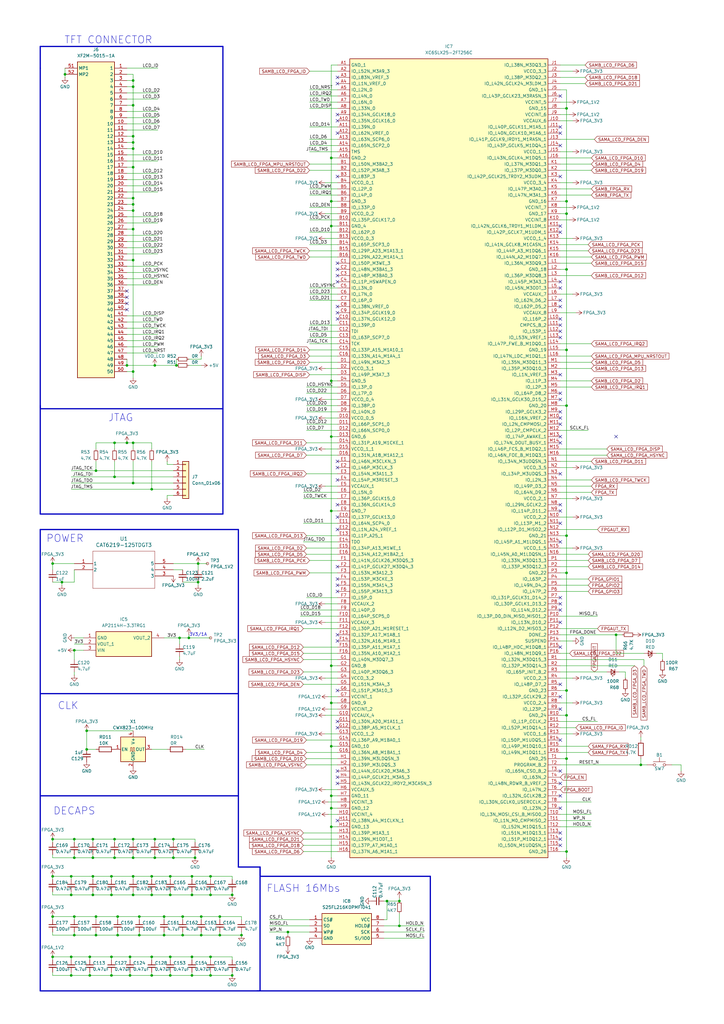
<source format=kicad_sch>
(kicad_sch (version 20231120) (generator "eeschema") (generator_version "8.0")
  (paper "A3" portrait)
  (lib_symbols
    (symbol "AP2114H-3_3TRG1:AP2114H-3.3TRG1"
      (property "Reference" "IC" (at 29.21 7.62 0))
      (property "Value" "AP2114H-3.3TRG1" (at 29.21 5.08 0))
      (symbol "AP2114H-3.3TRG1_1_1"
        (pin passive line (at 0 0 0) (length 5.08) (name "GND") (number "1"))
        (pin passive line (at 0 -2.54 0) (length 5.08) (name "VOUT_1") (number "2"))
        (pin passive line (at 0 -5.08 0) (length 5.08) (name "VIN") (number "3"))
        (pin passive line (at 33.02 0 180) (length 5.08) (name "VOUT_2") (number "4"))
      )
    )
    (symbol "CAT6219:CAT6219-125TDGT3" (pin_names (offset 0.254))
      (property "Reference" "U" (at 20.32 10.16 0))
      (property "Value" "CAT6219-125TDGT3" (at 20.32 7.62 0))
      (symbol "CAT6219-125TDGT3_0_1"
        (pin unspecified line (at 0 0 0) (length 7.62) (name "1") (number "1"))
        (pin unspecified line (at 0 -2.54 0) (length 7.62) (name "2") (number "2"))
        (pin unspecified line (at 40.64 -5.08 180) (length 7.62) (name "3") (number "3"))
        (pin unspecified line (at 40.64 -2.54 180) (length 7.62) (name "4") (number "4"))
        (pin unspecified line (at 40.64 0 180) (length 7.62) (name "5") (number "5"))
      )
    )
    (symbol "Connector:TestPoint_Small" (pin_numbers hide) (pin_names (offset 0.762) hide)
      (property "Reference" "TP" (at 0 3.81 0))
      (property "Value" "TestPoint_Small" (at 0 2.032 0))
      (symbol "TestPoint_Small_1_1"
        (pin passive line (at 0 0 90) (length 0) (name "1") (number "1"))
      )
    )
    (symbol "Connector_Generic:Conn_01x06" (pin_names (offset 1.016) hide)
      (property "Reference" "J" (at 0 7.62 0))
      (property "Value" "Conn_01x06" (at 0 -10.16 0))
      (symbol "Conn_01x06_1_1"
        (pin passive line (at -5.08 5.08 0) (length 3.81) (name "Pin_1") (number "1"))
        (pin passive line (at -5.08 2.54 0) (length 3.81) (name "Pin_2") (number "2"))
        (pin passive line (at -5.08 0 0) (length 3.81) (name "Pin_3") (number "3"))
        (pin passive line (at -5.08 -2.54 0) (length 3.81) (name "Pin_4") (number "4"))
        (pin passive line (at -5.08 -5.08 0) (length 3.81) (name "Pin_5") (number "5"))
        (pin passive line (at -5.08 -7.62 0) (length 3.81) (name "Pin_6") (number "6"))
      )
    )
    (symbol "Device:C_Small" (pin_numbers hide) (pin_names (offset 0.254) hide)
      (property "Reference" "C" (at 0.254 1.778 0))
      (property "Value" "C_Small" (at 0.254 -2.032 0))
      (symbol "C_Small_1_1"
        (pin passive line (at 0 2.54 270) (length 2.032) (name "~") (number "1"))
        (pin passive line (at 0 -2.54 90) (length 2.032) (name "~") (number "2"))
      )
    )
    (symbol "Device:LED_Small" (pin_numbers hide) (pin_names (offset 0.254) hide)
      (property "Reference" "D" (at -1.27 3.175 0))
      (property "Value" "LED_Small" (at -4.445 -2.54 0))
      (symbol "LED_Small_1_1"
        (pin passive line (at -2.54 0 0) (length 1.778) (name "K") (number "1"))
        (pin passive line (at 2.54 0 180) (length 1.778) (name "A") (number "2"))
      )
    )
    (symbol "Device:R" (pin_numbers hide) (pin_names (offset 0))
      (property "Reference" "R" (at 2.032 0 90))
      (property "Value" "R" (at 0 0 90))
      (symbol "R_1_1"
        (pin passive line (at 0 3.81 270) (length 1.27) (name "~") (number "1"))
        (pin passive line (at 0 -3.81 90) (length 1.27) (name "~") (number "2"))
      )
    )
    (symbol "Device:R_Small" (pin_numbers hide) (pin_names (offset 0.254) hide)
      (property "Reference" "R" (at 0.762 0.508 0))
      (property "Value" "R_Small" (at 0.762 -1.016 0))
      (symbol "R_Small_1_1"
        (pin passive line (at 0 2.54 270) (length 0.762) (name "~") (number "1"))
        (pin passive line (at 0 -2.54 90) (length 0.762) (name "~") (number "2"))
      )
    )
    (symbol "Oscillator:XO91" (pin_names (offset 0.254))
      (property "Reference" "X" (at -5.08 6.35 0))
      (property "Value" "XO91" (at 1.27 -6.35 0))
      (symbol "XO91_1_1"
        (pin input line (at -7.62 0 0) (length 2.54) (name "EN") (number "1"))
        (pin power_in line (at 0 -7.62 90) (length 2.54) (name "GND") (number "2"))
        (pin output line (at 7.62 0 180) (length 2.54) (name "OUT") (number "3"))
        (pin power_in line (at 0 7.62 270) (length 2.54) (name "V+") (number "4"))
      )
    )
    (symbol "S25FL216K0PMFI041:S25FL216K0PMFI041"
      (property "Reference" "IC" (at 26.67 7.62 0))
      (property "Value" "S25FL216K0PMFI041" (at 26.67 5.08 0))
      (symbol "S25FL216K0PMFI041_1_1"
        (pin passive line (at 0 0 0) (length 5.08) (name "CS#") (number "1"))
        (pin passive line (at 0 -2.54 0) (length 5.08) (name "SO") (number "2"))
        (pin passive line (at 0 -5.08 0) (length 5.08) (name "WP#") (number "3"))
        (pin passive line (at 0 -7.62 0) (length 5.08) (name "GND") (number "4"))
        (pin passive line (at 30.48 -7.62 180) (length 5.08) (name "SI/IO0") (number "5"))
        (pin passive line (at 30.48 -5.08 180) (length 5.08) (name "SCK") (number "6"))
        (pin passive line (at 30.48 -2.54 180) (length 5.08) (name "HOLD#") (number "7"))
        (pin passive line (at 30.48 0 180) (length 5.08) (name "VCC") (number "8"))
      )
    )
    (symbol "Switch:SW_Push" (pin_numbers hide) (pin_names (offset 1.016) hide)
      (property "Reference" "SW" (at 1.27 2.54 0))
      (property "Value" "SW_Push" (at 0 -1.524 0))
      (symbol "SW_Push_0_1"
        (pin passive line (at -5.08 0 0) (length 2.54) (name "1") (number "1"))
        (pin passive line (at 5.08 0 180) (length 2.54) (name "2") (number "2"))
      )
    )
    (symbol "XC6SLX25-2FT256C:XC6SLX25-2FT256C"
      (property "Reference" "IC" (at 87.63 7.62 0))
      (property "Value" "XC6SLX25-2FT256C" (at 87.63 5.08 0))
      (symbol "XC6SLX25-2FT256C_1_1"
        (pin passive line (at 0 0 0) (length 5.08) (name "GND_1") (number "A1"))
        (pin passive line (at 0 -22.86 0) (length 5.08) (name "IO_L35N_GCLK16_0") (number "A10"))
        (pin passive line (at 0 -25.4 0) (length 5.08) (name "IO_L39N_0") (number "A11"))
        (pin passive line (at 0 -27.94 0) (length 5.08) (name "IO_L62N_VREF_0") (number "A12"))
        (pin passive line (at 0 -30.48 0) (length 5.08) (name "IO_L63N_SCP6_0") (number "A13"))
        (pin passive line (at 0 -33.02 0) (length 5.08) (name "IO_L65N_SCP2_0") (number "A14"))
        (pin passive line (at 0 -35.56 0) (length 5.08) (name "TMS") (number "A15"))
        (pin passive line (at 0 -38.1 0) (length 5.08) (name "GND_2") (number "A16"))
        (pin passive line (at 0 -2.54 0) (length 5.08) (name "IO_L52N_M3A9_3") (number "A2"))
        (pin passive line (at 0 -5.08 0) (length 5.08) (name "IO_L83N_VREF_3") (number "A3"))
        (pin passive line (at 0 -7.62 0) (length 5.08) (name "IO_L1N_VREF_0") (number "A4"))
        (pin passive line (at 0 -10.16 0) (length 5.08) (name "IO_L2N_0") (number "A5"))
        (pin passive line (at 0 -12.7 0) (length 5.08) (name "IO_L4N_0") (number "A6"))
        (pin passive line (at 0 -15.24 0) (length 5.08) (name "IO_L6N_0") (number "A7"))
        (pin passive line (at 0 -17.78 0) (length 5.08) (name "IO_L33N_0") (number "A8"))
        (pin passive line (at 0 -20.32 0) (length 5.08) (name "IO_L34N_GCLK18_0") (number "A9"))
        (pin passive line (at 0 -40.64 0) (length 5.08) (name "IO_L50N_M3BA2_3") (number "B1"))
        (pin passive line (at 0 -63.5 0) (length 5.08) (name "IO_L35P_GCLK17_0") (number "B10"))
        (pin passive line (at 0 -66.04 0) (length 5.08) (name "GND_4") (number "B11"))
        (pin passive line (at 0 -68.58 0) (length 5.08) (name "IO_L62P_0") (number "B12"))
        (pin passive line (at 0 -71.12 0) (length 5.08) (name "VCCO_0_3") (number "B13"))
        (pin passive line (at 0 -73.66 0) (length 5.08) (name "IO_L65P_SCP3_0") (number "B14"))
        (pin passive line (at 0 -76.2 0) (length 5.08) (name "IO_L29P_A23_M1A13_1") (number "B15"))
        (pin passive line (at 0 -78.74 0) (length 5.08) (name "IO_L29N_A22_M1A14_1") (number "B16"))
        (pin passive line (at 0 -43.18 0) (length 5.08) (name "IO_L52P_M3A8_3") (number "B2"))
        (pin passive line (at 0 -45.72 0) (length 5.08) (name "IO_L83P_3") (number "B3"))
        (pin passive line (at 0 -48.26 0) (length 5.08) (name "VCCO_0_1") (number "B4"))
        (pin passive line (at 0 -50.8 0) (length 5.08) (name "IO_L2P_0") (number "B5"))
        (pin passive line (at 0 -53.34 0) (length 5.08) (name "IO_L4P_0") (number "B6"))
        (pin passive line (at 0 -55.88 0) (length 5.08) (name "GND_3") (number "B7"))
        (pin passive line (at 0 -58.42 0) (length 5.08) (name "IO_L33P_0") (number "B8"))
        (pin passive line (at 0 -60.96 0) (length 5.08) (name "VCCO_0_2") (number "B9"))
        (pin passive line (at 0 -81.28 0) (length 5.08) (name "IO_L50P_M3WE_3") (number "C1"))
        (pin passive line (at 0 -104.14 0) (length 5.08) (name "IO_L37N_GCLK12_0") (number "C10"))
        (pin passive line (at 0 -106.68 0) (length 5.08) (name "IO_L39P_0") (number "C11"))
        (pin passive line (at 0 -109.22 0) (length 5.08) (name "TDI") (number "C12"))
        (pin passive line (at 0 -111.76 0) (length 5.08) (name "IO_L63P_SCP7_0") (number "C13"))
        (pin passive line (at 0 -114.3 0) (length 5.08) (name "TCK") (number "C14"))
        (pin passive line (at 0 -116.84 0) (length 5.08) (name "IO_L33P_A15_M1A10_1") (number "C15"))
        (pin passive line (at 0 -119.38 0) (length 5.08) (name "IO_L33N_A14_M1A4_1") (number "C16"))
        (pin passive line (at 0 -83.82 0) (length 5.08) (name "IO_L48N_M3BA1_3") (number "C2"))
        (pin passive line (at 0 -86.36 0) (length 5.08) (name "IO_L48P_M3BA0_3") (number "C3"))
        (pin passive line (at 0 -88.9 0) (length 5.08) (name "IO_L1P_HSWAPEN_0") (number "C4"))
        (pin passive line (at 0 -91.44 0) (length 5.08) (name "IO_L3N_0") (number "C5"))
        (pin passive line (at 0 -93.98 0) (length 5.08) (name "IO_L7N_0") (number "C6"))
        (pin passive line (at 0 -96.52 0) (length 5.08) (name "IO_L6P_0") (number "C7"))
        (pin passive line (at 0 -99.06 0) (length 5.08) (name "IO_L38N_VREF_0") (number "C8"))
        (pin passive line (at 0 -101.6 0) (length 5.08) (name "IO_L34P_GCLK19_0") (number "C9"))
        (pin passive line (at 0 -121.92 0) (length 5.08) (name "IO_L49N_M3A2_3") (number "D1"))
        (pin passive line (at 0 -144.78 0) (length 5.08) (name "VCCO_0_5") (number "D10"))
        (pin passive line (at 0 -147.32 0) (length 5.08) (name "IO_L66P_SCP1_0") (number "D11"))
        (pin passive line (at 0 -149.86 0) (length 5.08) (name "IO_L66N_SCP0_0") (number "D12"))
        (pin passive line (at 0 -152.4 0) (length 5.08) (name "GND_6") (number "D13"))
        (pin passive line (at 0 -154.94 0) (length 5.08) (name "IO_L31P_A19_M1CKE_1") (number "D14"))
        (pin passive line (at 0 -157.48 0) (length 5.08) (name "VCCO_1_1") (number "D15"))
        (pin passive line (at 0 -160.02 0) (length 5.08) (name "IO_L31N_A18_M1A12_1") (number "D16"))
        (pin passive line (at 0 -124.46 0) (length 5.08) (name "VCCO_3_1") (number "D2"))
        (pin passive line (at 0 -127 0) (length 5.08) (name "IO_L49P_M3A7_3") (number "D3"))
        (pin passive line (at 0 -129.54 0) (length 5.08) (name "GND_5") (number "D4"))
        (pin passive line (at 0 -132.08 0) (length 5.08) (name "IO_L3P_0") (number "D5"))
        (pin passive line (at 0 -134.62 0) (length 5.08) (name "IO_L7P_0") (number "D6"))
        (pin passive line (at 0 -137.16 0) (length 5.08) (name "VCCO_0_4") (number "D7"))
        (pin passive line (at 0 -139.7 0) (length 5.08) (name "IO_L38P_0") (number "D8"))
        (pin passive line (at 0 -142.24 0) (length 5.08) (name "IO_L40N_0") (number "D9"))
        (pin passive line (at 0 -162.56 0) (length 5.08) (name "IO_L46N_M3CLKN_3") (number "E1"))
        (pin passive line (at 0 -185.42 0) (length 5.08) (name "IO_L37P_GCLK13_0") (number "E10"))
        (pin passive line (at 0 -187.96 0) (length 5.08) (name "IO_L64N_SCP4_0") (number "E11"))
        (pin passive line (at 0 -190.5 0) (length 5.08) (name "IO_L1N_A24_VREF_1") (number "E12"))
        (pin passive line (at 0 -193.04 0) (length 5.08) (name "IO_L1P_A25_1") (number "E13"))
        (pin passive line (at 0 -195.58 0) (length 5.08) (name "TDO") (number "E14"))
        (pin passive line (at 0 -198.12 0) (length 5.08) (name "IO_L34P_A13_M1WE_1") (number "E15"))
        (pin passive line (at 0 -200.66 0) (length 5.08) (name "IO_L34N_A12_M1BA2_1") (number "E16"))
        (pin passive line (at 0 -165.1 0) (length 5.08) (name "IO_L46P_M3CLK_3") (number "E2"))
        (pin passive line (at 0 -167.64 0) (length 5.08) (name "IO_L54N_M3A11_3") (number "E3"))
        (pin passive line (at 0 -170.18 0) (length 5.08) (name "IO_L54P_M3RESET_3") (number "E4"))
        (pin passive line (at 0 -172.72 0) (length 5.08) (name "VCCAUX_1") (number "E5"))
        (pin passive line (at 0 -175.26 0) (length 5.08) (name "IO_L5N_0") (number "E6"))
        (pin passive line (at 0 -177.8 0) (length 5.08) (name "IO_L36P_GCLK15_0") (number "E7"))
        (pin passive line (at 0 -180.34 0) (length 5.08) (name "IO_L36N_GCLK14_0") (number "E8"))
        (pin passive line (at 0 -182.88 0) (length 5.08) (name "GND_7") (number "E9"))
        (pin passive line (at 0 -203.2 0) (length 5.08) (name "IO_L41N_GCLK26_M3DQ5_3") (number "F1"))
        (pin passive line (at 0 -226.06 0) (length 5.08) (name "IO_L64P_SCP5_0") (number "F10"))
        (pin passive line (at 0 -228.6 0) (length 5.08) (name "VCCAUX_3") (number "F11"))
        (pin passive line (at 0 -231.14 0) (length 5.08) (name "IO_L30P_A21_M1RESET_1") (number "F12"))
        (pin passive line (at 0 -233.68 0) (length 5.08) (name "IO_L32P_A17_M1A8_1") (number "F13"))
        (pin passive line (at 0 -236.22 0) (length 5.08) (name "IO_L32N_A16_M1A9_1") (number "F14"))
        (pin passive line (at 0 -238.76 0) (length 5.08) (name "IO_L35P_A11_M1A7_1") (number "F15"))
        (pin passive line (at 0 -241.3 0) (length 5.08) (name "IO_L35N_A10_M1A2_1") (number "F16"))
        (pin passive line (at 0 -205.74 0) (length 5.08) (name "IO_L41P_GCLK27_M3DQ4_3") (number "F2"))
        (pin passive line (at 0 -208.28 0) (length 5.08) (name "IO_L53N_M3A12_3") (number "F3"))
        (pin passive line (at 0 -210.82 0) (length 5.08) (name "IO_L53P_M3CKE_3") (number "F4"))
        (pin passive line (at 0 -213.36 0) (length 5.08) (name "IO_L55N_M3A14_3") (number "F5"))
        (pin passive line (at 0 -215.9 0) (length 5.08) (name "IO_L55P_M3A13_3") (number "F6"))
        (pin passive line (at 0 -218.44 0) (length 5.08) (name "IO_L5P_0") (number "F7"))
        (pin passive line (at 0 -220.98 0) (length 5.08) (name "VCCAUX_2") (number "F8"))
        (pin passive line (at 0 -223.52 0) (length 5.08) (name "IO_L40P_0") (number "F9"))
        (pin passive line (at 0 -243.84 0) (length 5.08) (name "IO_L40N_M3DQ7_3") (number "G1"))
        (pin passive line (at 0 -266.7 0) (length 5.08) (name "VCCAUX_4") (number "G10"))
        (pin passive line (at 0 -269.24 0) (length 5.08) (name "IO_L30N_A20_M1A11_1") (number "G11"))
        (pin passive line (at 0 -271.78 0) (length 5.08) (name "IO_L38P_A5_M1CLK_1") (number "G12"))
        (pin passive line (at 0 -274.32 0) (length 5.08) (name "VCCO_1_2") (number "G13"))
        (pin passive line (at 0 -276.86 0) (length 5.08) (name "IO_L36P_A9_M1BA0_1") (number "G14"))
        (pin passive line (at 0 -279.4 0) (length 5.08) (name "GND_10") (number "G15"))
        (pin passive line (at 0 -281.94 0) (length 5.08) (name "IO_L36N_A8_M1BA1_1") (number "G16"))
        (pin passive line (at 0 -246.38 0) (length 5.08) (name "GND_8") (number "G2"))
        (pin passive line (at 0 -248.92 0) (length 5.08) (name "IO_L40P_M3DQ6_3") (number "G3"))
        (pin passive line (at 0 -251.46 0) (length 5.08) (name "VCCO_3_2") (number "G4"))
        (pin passive line (at 0 -254 0) (length 5.08) (name "IO_L51N_M3A4_3") (number "G5"))
        (pin passive line (at 0 -256.54 0) (length 5.08) (name "IO_L51P_M3A10_3") (number "G6"))
        (pin passive line (at 0 -259.08 0) (length 5.08) (name "VCCINT_1") (number "G7"))
        (pin passive line (at 0 -261.62 0) (length 5.08) (name "GND_9") (number "G8"))
        (pin passive line (at 0 -264.16 0) (length 5.08) (name "VCCINT_2") (number "G9"))
        (pin passive line (at 0 -284.48 0) (length 5.08) (name "IO_L39N_M3LDQSN_3") (number "H1"))
        (pin passive line (at 0 -307.34 0) (length 5.08) (name "VCCINT_4") (number "H10"))
        (pin passive line (at 0 -309.88 0) (length 5.08) (name "IO_L38N_A4_M1CLKN_1") (number "H11"))
        (pin passive line (at 0 -312.42 0) (length 5.08) (name "GND_13") (number "H12"))
        (pin passive line (at 0 -314.96 0) (length 5.08) (name "IO_L39P_M1A3_1") (number "H13"))
        (pin passive line (at 0 -317.5 0) (length 5.08) (name "IO_L39N_M1ODT_1") (number "H14"))
        (pin passive line (at 0 -320.04 0) (length 5.08) (name "IO_L37P_A7_M1A0_1") (number "H15"))
        (pin passive line (at 0 -322.58 0) (length 5.08) (name "IO_L37N_A6_M1A1_1") (number "H16"))
        (pin passive line (at 0 -287.02 0) (length 5.08) (name "IO_L39P_M3LDQS_3") (number "H2"))
        (pin passive line (at 0 -289.56 0) (length 5.08) (name "IO_L44N_GCLK20_M3A6_3") (number "H3"))
        (pin passive line (at 0 -292.1 0) (length 5.08) (name "IO_L44P_GCLK21_M3A5_3") (number "H4"))
        (pin passive line (at 0 -294.64 0) (length 5.08) (name "IO_L43N_GCLK22_IRDY2_M3CASN_3") (number "H5"))
        (pin passive line (at 0 -297.18 0) (length 5.08) (name "VCCAUX_5") (number "H6"))
        (pin passive line (at 0 -299.72 0) (length 5.08) (name "GND_11") (number "H7"))
        (pin passive line (at 0 -302.26 0) (length 5.08) (name "VCCINT_3") (number "H8"))
        (pin passive line (at 0 -304.8 0) (length 5.08) (name "GND_12") (number "H9"))
        (pin passive line (at 91.44 0 180) (length 5.08) (name "IO_L38N_M3DQ3_3") (number "J1"))
        (pin passive line (at 91.44 -22.86 180) (length 5.08) (name "VCCAUX_6") (number "J10"))
        (pin passive line (at 91.44 -25.4 180) (length 5.08) (name "IO_L40P_GCLK11_M1A5_1") (number "J11"))
        (pin passive line (at 91.44 -27.94 180) (length 5.08) (name "IO_L40N_GCLK10_M1A6_1") (number "J12"))
        (pin passive line (at 91.44 -30.48 180) (length 5.08) (name "IO_L41P_GCLK9_IRDY1_M1RASN_1") (number "J13"))
        (pin passive line (at 91.44 -33.02 180) (length 5.08) (name "IO_L43P_GCLK5_M1DQ4_1") (number "J14"))
        (pin passive line (at 91.44 -35.56 180) (length 5.08) (name "VCCO_1_3") (number "J15"))
        (pin passive line (at 91.44 -38.1 180) (length 5.08) (name "IO_L43N_GCLK4_M1DQ5_1") (number "J16"))
        (pin passive line (at 91.44 -2.54 180) (length 5.08) (name "VCCO_3_3") (number "J2"))
        (pin passive line (at 91.44 -5.08 180) (length 5.08) (name "IO_L38P_M3DQ2_3") (number "J3"))
        (pin passive line (at 91.44 -7.62 180) (length 5.08) (name "IO_L42N_GCLK24_M3LDM_3") (number "J4"))
        (pin passive line (at 91.44 -10.16 180) (length 5.08) (name "GND_14") (number "J5"))
        (pin passive line (at 91.44 -12.7 180) (length 5.08) (name "IO_L43P_GCLK23_M3RASN_3") (number "J6"))
        (pin passive line (at 91.44 -15.24 180) (length 5.08) (name "VCCINT_5") (number "J7"))
        (pin passive line (at 91.44 -17.78 180) (length 5.08) (name "GND_15") (number "J8"))
        (pin passive line (at 91.44 -20.32 180) (length 5.08) (name "VCCINT_6") (number "J9"))
        (pin passive line (at 91.44 -40.64 180) (length 5.08) (name "IO_L37N_M3DQ1_3") (number "K1"))
        (pin passive line (at 91.44 -63.5 180) (length 5.08) (name "VCCINT_8") (number "K10"))
        (pin passive line (at 91.44 -66.04 180) (length 5.08) (name "IO_L42N_GCLK6_TRDY1_M1LDM_1") (number "K11"))
        (pin passive line (at 91.44 -68.58 180) (length 5.08) (name "IO_L42P_GCLK7_M1UDM_1") (number "K12"))
        (pin passive line (at 91.44 -71.12 180) (length 5.08) (name "VCCO_1_4") (number "K13"))
        (pin passive line (at 91.44 -73.66 180) (length 5.08) (name "IO_L41N_GCLK8_M1CASN_1") (number "K14"))
        (pin passive line (at 91.44 -76.2 180) (length 5.08) (name "IO_L44P_A3_M1DQ6_1") (number "K15"))
        (pin passive line (at 91.44 -78.74 180) (length 5.08) (name "IO_L44N_A2_M1DQ7_1") (number "K16"))
        (pin passive line (at 91.44 -43.18 180) (length 5.08) (name "IO_L37P_M3DQ0_3") (number "K2"))
        (pin passive line (at 91.44 -45.72 180) (length 5.08) (name "IO_L42P_GCLK25_TRDY2_M3UDM_3") (number "K3"))
        (pin passive line (at 91.44 -48.26 180) (length 5.08) (name "VCCO_3_4") (number "K4"))
        (pin passive line (at 91.44 -50.8 180) (length 5.08) (name "IO_L47P_M3A0_3") (number "K5"))
        (pin passive line (at 91.44 -53.34 180) (length 5.08) (name "IO_L47N_M3A1_3") (number "K6"))
        (pin passive line (at 91.44 -55.88 180) (length 5.08) (name "GND_16") (number "K7"))
        (pin passive line (at 91.44 -58.42 180) (length 5.08) (name "VCCINT_7") (number "K8"))
        (pin passive line (at 91.44 -60.96 180) (length 5.08) (name "GND_17") (number "K9"))
        (pin passive line (at 91.44 -81.28 180) (length 5.08) (name "IO_L36N_M3DQ9_3") (number "L1"))
        (pin passive line (at 91.44 -104.14 180) (length 5.08) (name "IO_L16P_2") (number "L10"))
        (pin passive line (at 91.44 -106.68 180) (length 5.08) (name "CMPCS_B_2") (number "L11"))
        (pin passive line (at 91.44 -109.22 180) (length 5.08) (name "IO_L53P_1") (number "L12"))
        (pin passive line (at 91.44 -111.76 180) (length 5.08) (name "IO_L53N_VREF_1") (number "L13"))
        (pin passive line (at 91.44 -114.3 180) (length 5.08) (name "IO_L47P_FWE_B_M1DQ0_1") (number "L14"))
        (pin passive line (at 91.44 -116.84 180) (length 5.08) (name "GND_19") (number "L15"))
        (pin passive line (at 91.44 -119.38 180) (length 5.08) (name "IO_L47N_LDC_M1DQ1_1") (number "L16"))
        (pin passive line (at 91.44 -83.82 180) (length 5.08) (name "GND_18") (number "L2"))
        (pin passive line (at 91.44 -86.36 180) (length 5.08) (name "IO_L36P_M3DQ8_3") (number "L3"))
        (pin passive line (at 91.44 -88.9 180) (length 5.08) (name "IO_L45P_M3A3_3") (number "L4"))
        (pin passive line (at 91.44 -91.44 180) (length 5.08) (name "IO_L45N_M3ODT_3") (number "L5"))
        (pin passive line (at 91.44 -93.98 180) (length 5.08) (name "VCCAUX_7") (number "L6"))
        (pin passive line (at 91.44 -96.52 180) (length 5.08) (name "IO_L62N_D6_2") (number "L7"))
        (pin passive line (at 91.44 -99.06 180) (length 5.08) (name "IO_L62P_D5_2") (number "L8"))
        (pin passive line (at 91.44 -101.6 180) (length 5.08) (name "VCCAUX_8") (number "L9"))
        (pin passive line (at 91.44 -121.92 180) (length 5.08) (name "IO_L35N_M3DQ11_3") (number "M1"))
        (pin passive line (at 91.44 -144.78 180) (length 5.08) (name "IO_L16N_VREF_2") (number "M10"))
        (pin passive line (at 91.44 -147.32 180) (length 5.08) (name "IO_L2N_CMPMOSI_2") (number "M11"))
        (pin passive line (at 91.44 -149.86 180) (length 5.08) (name "IO_L2P_CMPCLK_2") (number "M12"))
        (pin passive line (at 91.44 -152.4 180) (length 5.08) (name "IO_L74P_AWAKE_1") (number "M13"))
        (pin passive line (at 91.44 -154.94 180) (length 5.08) (name "IO_L74N_DOUT_BUSY_1") (number "M14"))
        (pin passive line (at 91.44 -157.48 180) (length 5.08) (name "IO_L46P_FCS_B_M1DQ2_1") (number "M15"))
        (pin passive line (at 91.44 -160.02 180) (length 5.08) (name "IO_L46N_FOE_B_M1DQ3_1") (number "M16"))
        (pin passive line (at 91.44 -124.46 180) (length 5.08) (name "IO_L35P_M3DQ10_3") (number "M2"))
        (pin passive line (at 91.44 -127 180) (length 5.08) (name "IO_L1N_VREF_3") (number "M3"))
        (pin passive line (at 91.44 -129.54 180) (length 5.08) (name "IO_L1P_3") (number "M4"))
        (pin passive line (at 91.44 -132.08 180) (length 5.08) (name "IO_L2P_3") (number "M5"))
        (pin passive line (at 91.44 -134.62 180) (length 5.08) (name "IO_L64P_D8_2") (number "M6"))
        (pin passive line (at 91.44 -137.16 180) (length 5.08) (name "IO_L31N_GCLK30_D15_2") (number "M7"))
        (pin passive line (at 91.44 -139.7 180) (length 5.08) (name "GND_20") (number "M8"))
        (pin passive line (at 91.44 -142.24 180) (length 5.08) (name "IO_L29P_GCLK3_2") (number "M9"))
        (pin passive line (at 91.44 -162.56 180) (length 5.08) (name "IO_L34N_M3UDQSN_3") (number "N1"))
        (pin passive line (at 91.44 -185.42 180) (length 5.08) (name "VCCO_2_2") (number "N10"))
        (pin passive line (at 91.44 -187.96 180) (length 5.08) (name "IO_L13P_M1_2") (number "N11"))
        (pin passive line (at 91.44 -190.5 180) (length 5.08) (name "IO_L12P_D1_MISO2_2") (number "N12"))
        (pin passive line (at 91.44 -193.04 180) (length 5.08) (name "GND_21") (number "N13"))
        (pin passive line (at 91.44 -195.58 180) (length 5.08) (name "IO_L45P_A1_M1LDQS_1") (number "N14"))
        (pin passive line (at 91.44 -198.12 180) (length 5.08) (name "VCCO_1_5") (number "N15"))
        (pin passive line (at 91.44 -200.66 180) (length 5.08) (name "IO_L45N_A0_M1LDQSN_1") (number "N16"))
        (pin passive line (at 91.44 -165.1 180) (length 5.08) (name "VCCO_3_5") (number "N2"))
        (pin passive line (at 91.44 -167.64 180) (length 5.08) (name "IO_L34P_M3UDQS_3") (number "N3"))
        (pin passive line (at 91.44 -170.18 180) (length 5.08) (name "IO_L2N_3") (number "N4"))
        (pin passive line (at 91.44 -172.72 180) (length 5.08) (name "IO_L49P_D3_2") (number "N5"))
        (pin passive line (at 91.44 -175.26 180) (length 5.08) (name "IO_L64N_D9_2") (number "N6"))
        (pin passive line (at 91.44 -177.8 180) (length 5.08) (name "VCCO_2_1") (number "N7"))
        (pin passive line (at 91.44 -180.34 180) (length 5.08) (name "IO_L29N_GCLK2_2") (number "N8"))
        (pin passive line (at 91.44 -182.88 180) (length 5.08) (name "IO_L14P_D11_2") (number "N9"))
        (pin passive line (at 91.44 -203.2 180) (length 5.08) (name "IO_L33N_M3DQ13_3") (number "P1"))
        (pin passive line (at 91.44 -226.06 180) (length 5.08) (name "IO_L3P_D0_DIN_MISO_MISO1_2") (number "P10"))
        (pin passive line (at 91.44 -228.6 180) (length 5.08) (name "IO_L13N_D10_2") (number "P11"))
        (pin passive line (at 91.44 -231.14 180) (length 5.08) (name "IO_L12N_D2_MISO3_2") (number "P12"))
        (pin passive line (at 91.44 -233.68 180) (length 5.08) (name "DONE_2") (number "P13"))
        (pin passive line (at 91.44 -236.22 180) (length 5.08) (name "SUSPEND") (number "P14"))
        (pin passive line (at 91.44 -238.76 180) (length 5.08) (name "IO_L48P_HDC_M1DQ8_1") (number "P15"))
        (pin passive line (at 91.44 -241.3 180) (length 5.08) (name "IO_L48N_M1DQ9_1") (number "P16"))
        (pin passive line (at 91.44 -205.74 180) (length 5.08) (name "IO_L33P_M3DQ12_3") (number "P2"))
        (pin passive line (at 91.44 -208.28 180) (length 5.08) (name "GND_22") (number "P3"))
        (pin passive line (at 91.44 -210.82 180) (length 5.08) (name "IO_L63P_2") (number "P4"))
        (pin passive line (at 91.44 -213.36 180) (length 5.08) (name "IO_L49N_D4_2") (number "P5"))
        (pin passive line (at 91.44 -215.9 180) (length 5.08) (name "IO_L47P_2") (number "P6"))
        (pin passive line (at 91.44 -218.44 180) (length 5.08) (name "IO_L31P_GCLK31_D14_2") (number "P7"))
        (pin passive line (at 91.44 -220.98 180) (length 5.08) (name "IO_L30P_GCLK1_D13_2") (number "P8"))
        (pin passive line (at 91.44 -223.52 180) (length 5.08) (name "IO_L14N_D12_2") (number "P9"))
        (pin passive line (at 91.44 -243.84 180) (length 5.08) (name "IO_L32N_M3DQ15_3") (number "R1"))
        (pin passive line (at 91.44 -266.7 180) (length 5.08) (name "GND_24") (number "R10"))
        (pin passive line (at 91.44 -269.24 180) (length 5.08) (name "IO_L1P_CCLK_2") (number "R11"))
        (pin passive line (at 91.44 -271.78 180) (length 5.08) (name "IO_L52P_M1DQ14_1") (number "R12"))
        (pin passive line (at 91.44 -274.32 180) (length 5.08) (name "VCCO_1_6") (number "R13"))
        (pin passive line (at 91.44 -276.86 180) (length 5.08) (name "IO_L50P_M1UDQS_1") (number "R14"))
        (pin passive line (at 91.44 -279.4 180) (length 5.08) (name "IO_L49P_M1DQ10_1") (number "R15"))
        (pin passive line (at 91.44 -281.94 180) (length 5.08) (name "IO_L49N_M1DQ11_1") (number "R16"))
        (pin passive line (at 91.44 -246.38 180) (length 5.08) (name "IO_L32P_M3DQ14_3") (number "R2"))
        (pin passive line (at 91.44 -248.92 180) (length 5.08) (name "IO_L65P_INIT_B_2") (number "R3"))
        (pin passive line (at 91.44 -251.46 180) (length 5.08) (name "VCCO_2_3") (number "R4"))
        (pin passive line (at 91.44 -254 180) (length 5.08) (name "IO_L48P_D7_2") (number "R5"))
        (pin passive line (at 91.44 -256.54 180) (length 5.08) (name "GND_23") (number "R6"))
        (pin passive line (at 91.44 -259.08 180) (length 5.08) (name "IO_L32P_GCLK29_2") (number "R7"))
        (pin passive line (at 91.44 -261.62 180) (length 5.08) (name "VCCO_2_4") (number "R8"))
        (pin passive line (at 91.44 -264.16 180) (length 5.08) (name "IO_L23P_2") (number "R9"))
        (pin passive line (at 91.44 -284.48 180) (length 5.08) (name "GND_25") (number "T1"))
        (pin passive line (at 91.44 -307.34 180) (length 5.08) (name "IO_L3N_MOSI_CSI_B_MISO0_2") (number "T10"))
        (pin passive line (at 91.44 -309.88 180) (length 5.08) (name "IO_L1N_M0_CMPMISO_2") (number "T11"))
        (pin passive line (at 91.44 -312.42 180) (length 5.08) (name "IO_L52N_M1DQ15_1") (number "T12"))
        (pin passive line (at 91.44 -314.96 180) (length 5.08) (name "IO_L51N_M1DQ13_1") (number "T13"))
        (pin passive line (at 91.44 -317.5 180) (length 5.08) (name "IO_L51P_M1DQ12_1") (number "T14"))
        (pin passive line (at 91.44 -320.04 180) (length 5.08) (name "IO_L50N_M1UDQSN_1") (number "T15"))
        (pin passive line (at 91.44 -322.58 180) (length 5.08) (name "GND_26") (number "T16"))
        (pin passive line (at 91.44 -287.02 180) (length 5.08) (name "PROGRAM_B_2") (number "T2"))
        (pin passive line (at 91.44 -289.56 180) (length 5.08) (name "IO_L65N_CSO_B_2") (number "T3"))
        (pin passive line (at 91.44 -292.1 180) (length 5.08) (name "IO_L63N_2") (number "T4"))
        (pin passive line (at 91.44 -294.64 180) (length 5.08) (name "IO_L48N_RDWR_B_VREF_2") (number "T5"))
        (pin passive line (at 91.44 -297.18 180) (length 5.08) (name "IO_L47N_2") (number "T6"))
        (pin passive line (at 91.44 -299.72 180) (length 5.08) (name "IO_L32N_GCLK28_2") (number "T7"))
        (pin passive line (at 91.44 -302.26 180) (length 5.08) (name "IO_L30N_GCLK0_USERCCLK_2") (number "T8"))
        (pin passive line (at 91.44 -304.8 180) (length 5.08) (name "IO_L23N_2") (number "T9"))
      )
    )
    (symbol "XF2M-5015-1A:XF2M-5015-1A"
      (property "Reference" "J" (at 21.59 7.62 0))
      (property "Value" "XF2M-5015-1A" (at 21.59 5.08 0))
      (symbol "XF2M-5015-1A_1_1"
        (pin passive line (at 25.4 0 180) (length 5.08) (name "1") (number "1"))
        (pin passive line (at 25.4 -22.86 180) (length 5.08) (name "10") (number "10"))
        (pin passive line (at 25.4 -25.4 180) (length 5.08) (name "11") (number "11"))
        (pin passive line (at 25.4 -27.94 180) (length 5.08) (name "12") (number "12"))
        (pin passive line (at 25.4 -30.48 180) (length 5.08) (name "13") (number "13"))
        (pin passive line (at 25.4 -33.02 180) (length 5.08) (name "14") (number "14"))
        (pin passive line (at 25.4 -35.56 180) (length 5.08) (name "15") (number "15"))
        (pin passive line (at 25.4 -38.1 180) (length 5.08) (name "16") (number "16"))
        (pin passive line (at 25.4 -40.64 180) (length 5.08) (name "17") (number "17"))
        (pin passive line (at 25.4 -43.18 180) (length 5.08) (name "18") (number "18"))
        (pin passive line (at 25.4 -45.72 180) (length 5.08) (name "19") (number "19"))
        (pin passive line (at 25.4 -2.54 180) (length 5.08) (name "2") (number "2"))
        (pin passive line (at 25.4 -48.26 180) (length 5.08) (name "20") (number "20"))
        (pin passive line (at 25.4 -50.8 180) (length 5.08) (name "21") (number "21"))
        (pin passive line (at 25.4 -53.34 180) (length 5.08) (name "22") (number "22"))
        (pin passive line (at 25.4 -55.88 180) (length 5.08) (name "23") (number "23"))
        (pin passive line (at 25.4 -58.42 180) (length 5.08) (name "24") (number "24"))
        (pin passive line (at 25.4 -60.96 180) (length 5.08) (name "25") (number "25"))
        (pin passive line (at 25.4 -63.5 180) (length 5.08) (name "26") (number "26"))
        (pin passive line (at 25.4 -66.04 180) (length 5.08) (name "27") (number "27"))
        (pin passive line (at 25.4 -68.58 180) (length 5.08) (name "28") (number "28"))
        (pin passive line (at 25.4 -71.12 180) (length 5.08) (name "29") (number "29"))
        (pin passive line (at 25.4 -5.08 180) (length 5.08) (name "3") (number "3"))
        (pin passive line (at 25.4 -73.66 180) (length 5.08) (name "30") (number "30"))
        (pin passive line (at 25.4 -76.2 180) (length 5.08) (name "31") (number "31"))
        (pin passive line (at 25.4 -78.74 180) (length 5.08) (name "32") (number "32"))
        (pin passive line (at 25.4 -81.28 180) (length 5.08) (name "33") (number "33"))
        (pin passive line (at 25.4 -83.82 180) (length 5.08) (name "34") (number "34"))
        (pin passive line (at 25.4 -86.36 180) (length 5.08) (name "35") (number "35"))
        (pin passive line (at 25.4 -88.9 180) (length 5.08) (name "36") (number "36"))
        (pin passive line (at 25.4 -91.44 180) (length 5.08) (name "37") (number "37"))
        (pin passive line (at 25.4 -93.98 180) (length 5.08) (name "38") (number "38"))
        (pin passive line (at 25.4 -96.52 180) (length 5.08) (name "39") (number "39"))
        (pin passive line (at 25.4 -7.62 180) (length 5.08) (name "4") (number "4"))
        (pin passive line (at 25.4 -99.06 180) (length 5.08) (name "40") (number "40"))
        (pin passive line (at 25.4 -101.6 180) (length 5.08) (name "41") (number "41"))
        (pin passive line (at 25.4 -104.14 180) (length 5.08) (name "42") (number "42"))
        (pin passive line (at 25.4 -106.68 180) (length 5.08) (name "43") (number "43"))
        (pin passive line (at 25.4 -109.22 180) (length 5.08) (name "44") (number "44"))
        (pin passive line (at 25.4 -111.76 180) (length 5.08) (name "45") (number "45"))
        (pin passive line (at 25.4 -114.3 180) (length 5.08) (name "46") (number "46"))
        (pin passive line (at 25.4 -116.84 180) (length 5.08) (name "47") (number "47"))
        (pin passive line (at 25.4 -119.38 180) (length 5.08) (name "48") (number "48"))
        (pin passive line (at 25.4 -121.92 180) (length 5.08) (name "49") (number "49"))
        (pin passive line (at 25.4 -10.16 180) (length 5.08) (name "5") (number "5"))
        (pin passive line (at 25.4 -124.46 180) (length 5.08) (name "50") (number "50"))
        (pin passive line (at 0 0 0) (length 5.08) (name "MP1") (number "51"))
        (pin passive line (at 0 -2.54 0) (length 5.08) (name "MP2") (number "52"))
        (pin passive line (at 25.4 -12.7 180) (length 5.08) (name "6") (number "6"))
        (pin passive line (at 25.4 -15.24 180) (length 5.08) (name "7") (number "7"))
        (pin passive line (at 25.4 -17.78 180) (length 5.08) (name "8") (number "8"))
        (pin passive line (at 25.4 -20.32 180) (length 5.08) (name "9") (number "9"))
      )
    )
    (symbol "power:+5V" (power) (pin_numbers hide) (pin_names (offset 0) hide)
      (property "Value" "+5V" (at 0 3.556 0))
      (symbol "+5V_1_1"
        (pin power_in line (at 0 0 90) (length 0) (name "~") (number "1"))
      )
    )
    (symbol "power:GND" (power) (pin_numbers hide) (pin_names (offset 0) hide)
      (property "Value" "GND" (at 0 -3.81 0))
      (symbol "GND_1_1"
        (pin power_in line (at 0 0 270) (length 0) (name "~") (number "1"))
      )
    )
  )
  (junction (at 252.73 260.35))
  (junction (at 67.31 375.92))
  (junction (at 135.89 326.39))
  (junction (at 99.06 383.54))
  (junction (at 36.83 400.05))
  (junction (at 81.28 231.14))
  (junction (at 69.85 392.43))
  (junction (at 54.61 351.79))
  (junction (at 77.47 261.62))
  (junction (at 232.41 82.55))
  (junction (at 48.26 375.92))
  (junction (at 52.07 149.86))
  (junction (at 54.61 35.56))
  (junction (at 35.56 307.34))
  (junction (at 232.41 283.21))
  (junction (at 232.41 293.37))
  (junction (at 54.61 198.12))
  (junction (at 90.17 375.92))
  (junction (at 30.48 344.17))
  (junction (at 54.61 68.58))
  (junction (at 69.85 367.03))
  (junction (at 232.41 234.95))
  (junction (at 135.89 306.07))
  (junction (at 30.48 383.54))
  (junction (at 232.41 44.45))
  (junction (at 21.59 392.43))
  (junction (at 74.93 375.92))
  (junction (at 21.59 375.92))
  (junction (at 158.75 369.57))
  (junction (at 21.59 344.17))
  (junction (at 74.93 383.54))
  (junction (at 53.34 392.43))
  (junction (at 54.61 60.96))
  (junction (at 39.37 383.54))
  (junction (at 95.25 367.03))
  (junction (at 163.83 369.57))
  (junction (at 62.23 200.66))
  (junction (at 86.36 359.41))
  (junction (at 135.89 64.77))
  (junction (at 63.5 149.86))
  (junction (at 29.21 367.03))
  (junction (at 45.72 367.03))
  (junction (at 54.61 367.03))
  (junction (at 30.48 351.79))
  (junction (at 38.1 351.79))
  (junction (at 86.36 400.05))
  (junction (at 62.23 367.03))
  (junction (at 57.15 375.92))
  (junction (at 52.07 181.61))
  (junction (at 262.89 313.69))
  (junction (at 135.89 331.47))
  (junction (at 38.1 367.03))
  (junction (at 232.41 143.51))
  (junction (at 54.61 93.98))
  (junction (at 38.1 359.41))
  (junction (at 46.99 181.61))
  (junction (at 95.25 400.05))
  (junction (at 45.72 359.41))
  (junction (at 82.55 375.92))
  (junction (at 135.89 92.71))
  (junction (at 39.37 375.92))
  (junction (at 232.41 166.37))
  (junction (at 73.66 261.62))
  (junction (at 30.48 266.7))
  (junction (at 29.21 400.05))
  (junction (at 78.74 400.05))
  (junction (at 135.89 156.21))
  (junction (at 21.59 231.14))
  (junction (at 82.55 383.54))
  (junction (at 232.41 87.63))
  (junction (at 86.36 367.03))
  (junction (at 29.21 392.43))
  (junction (at 36.83 392.43))
  (junction (at 54.61 152.4))
  (junction (at 135.89 209.55))
  (junction (at 78.74 359.41))
  (junction (at 46.99 344.17))
  (junction (at 54.61 359.41))
  (junction (at 53.34 400.05))
  (junction (at 135.89 339.09))
  (junction (at 135.89 179.07))
  (junction (at 232.41 311.15))
  (junction (at 54.61 344.17))
  (junction (at 135.89 273.05))
  (junction (at 54.61 181.61))
  (junction (at 69.85 400.05))
  (junction (at 118.11 382.27))
  (junction (at 54.61 86.36))
  (junction (at 26.67 30.48))
  (junction (at 29.21 359.41))
  (junction (at 90.17 383.54))
  (junction (at 135.89 288.29))
  (junction (at 67.31 383.54))
  (junction (at 69.85 359.41))
  (junction (at 25.4 238.76))
  (junction (at 71.12 344.17))
  (junction (at 163.83 379.73))
  (junction (at 54.61 55.88))
  (junction (at 54.61 83.82))
  (junction (at 62.23 400.05))
  (junction (at 63.5 344.17))
  (junction (at 57.15 383.54))
  (junction (at 86.36 392.43))
  (junction (at 46.99 351.79))
  (junction (at 80.01 351.79))
  (junction (at 21.59 359.41))
  (junction (at 62.23 359.41))
  (junction (at 54.61 33.02))
  (junction (at 78.74 367.03))
  (junction (at 54.61 106.68))
  (junction (at 71.12 351.79))
  (junction (at 78.74 392.43))
  (junction (at 54.61 58.42))
  (junction (at 62.23 392.43))
  (junction (at 54.61 43.18))
  (junction (at 54.61 81.28))
  (junction (at 232.41 219.71))
  (junction (at 48.26 383.54))
  (junction (at 63.5 351.79))
  (junction (at 35.56 299.72))
  (junction (at 81.28 238.76))
  (junction (at 135.89 82.55))
  (junction (at 39.37 193.04))
  (junction (at 45.72 392.43))
  (junction (at 45.72 400.05))
  (junction (at 38.1 344.17))
  (junction (at 30.48 375.92))
  (junction (at 232.41 349.25))
  (junction (at 232.41 110.49))
  (junction (at 46.99 195.58))
  (junction (at 72.39 149.86))
  (no_connect (at 229.87 125.73))
  (no_connect (at 138.43 242.57))
  (no_connect (at 138.43 196.85))
  (no_connect (at 138.43 107.95))
  (no_connect (at 229.87 54.61))
  (no_connect (at 229.87 92.71))
  (no_connect (at 138.43 72.39))
  (no_connect (at 229.87 171.45))
  (no_connect (at 229.87 214.63))
  (no_connect (at 229.87 123.19))
  (no_connect (at 229.87 316.23))
  (no_connect (at 229.87 285.75))
  (no_connect (at 138.43 115.57))
  (no_connect (at 229.87 163.83))
  (no_connect (at 229.87 341.63))
  (no_connect (at 138.43 336.55))
  (no_connect (at 52.07 119.38))
  (no_connect (at 229.87 138.43))
  (no_connect (at 229.87 173.99))
  (no_connect (at 138.43 240.03))
  (no_connect (at 229.87 321.31))
  (no_connect (at 229.87 161.29))
  (no_connect (at 138.43 191.77))
  (no_connect (at 52.07 124.46))
  (no_connect (at 229.87 255.27))
  (no_connect (at 138.43 54.61))
  (no_connect (at 229.87 326.39))
  (no_connect (at 229.87 331.47))
  (no_connect (at 138.43 130.81))
  (no_connect (at 229.87 207.01))
  (no_connect (at 138.43 49.53))
  (no_connect (at 138.43 31.75))
  (no_connect (at 229.87 135.89))
  (no_connect (at 138.43 110.49))
  (no_connect (at 138.43 262.89))
  (no_connect (at 229.87 179.07))
  (no_connect (at 229.87 247.65))
  (no_connect (at 229.87 168.91))
  (no_connect (at 138.43 316.23))
  (no_connect (at 229.87 245.11))
  (no_connect (at 52.07 121.92))
  (no_connect (at 229.87 280.67))
  (no_connect (at 138.43 212.09))
  (no_connect (at 138.43 125.73))
  (no_connect (at 229.87 95.25))
  (no_connect (at 229.87 130.81))
  (no_connect (at 229.87 344.17))
  (no_connect (at 138.43 207.01))
  (no_connect (at 138.43 260.35))
  (no_connect (at 229.87 59.69))
  (no_connect (at 229.87 346.71))
  (no_connect (at 229.87 194.31))
  (no_connect (at 229.87 52.07))
  (no_connect (at 252.73 179.07))
  (no_connect (at 138.43 237.49))
  (no_connect (at 229.87 118.11))
  (no_connect (at 229.87 303.53))
  (no_connect (at 52.07 127))
  (no_connect (at 138.43 318.77))
  (no_connect (at 138.43 295.91))
  (no_connect (at 138.43 217.17))
  (no_connect (at 138.43 113.03))
  (no_connect (at 138.43 128.27))
  (no_connect (at 229.87 133.35))
  (no_connect (at 229.87 39.37))
  (no_connect (at 229.87 72.39))
  (no_connect (at 138.43 232.41))
  (no_connect (at 229.87 209.55))
  (no_connect (at 229.87 265.43))
  (no_connect (at 138.43 34.29))
  (no_connect (at 138.43 189.23))
  (no_connect (at 138.43 46.99))
  (no_connect (at 229.87 181.61))
  (no_connect (at 138.43 321.31))
  (no_connect (at 229.87 153.67))
  (no_connect (at 138.43 298.45))
  (no_connect (at 138.43 283.21))
  (no_connect (at 229.87 290.83))
  (no_connect (at 229.87 115.57))
  (no_connect (at 229.87 250.19))
  (no_connect (at 229.87 222.25))
  (wire (pts (xy 232.41 293.37) (xy 232.41 311.15)))
  (wire (pts (xy 52.07 96.52) (xy 64.77 96.52)))
  (polyline (pts (xy 16.51 326.39) (xy 97.79 326.39)) (stroke (width 0.5)))
  (wire (pts (xy 127 105.41) (xy 138.43 105.41)))
  (wire (pts (xy 127 95.25) (xy 138.43 95.25)))
  (wire (pts (xy 54.61 359.41) (xy 62.23 359.41)))
  (wire (pts (xy 62.23 359.41) (xy 62.23 360.68)))
  (wire (pts (xy 30.48 233.68) (xy 30.48 238.76)))
  (polyline (pts (xy 16.51 19.05) (xy 16.51 27.94)) (stroke (width 0.5)))
  (wire (pts (xy 68.58 204.47) (xy 68.58 203.2)))
  (wire (pts (xy 36.83 398.78) (xy 36.83 400.05)))
  (wire (pts (xy 127 36.83) (xy 138.43 36.83)))
  (wire (pts (xy 242.57 146.05) (xy 229.87 146.05)))
  (wire (pts (xy 69.85 398.78) (xy 69.85 400.05)))
  (wire (pts (xy 232.41 349.25) (xy 232.41 351.79)))
  (wire (pts (xy 38.1 365.76) (xy 38.1 367.03)))
  (wire (pts (xy 52.07 68.58) (xy 54.61 68.58)))
  (wire (pts (xy 62.23 307.34) (xy 68.58 307.34)))
  (wire (pts (xy 52.07 129.54) (xy 64.77 129.54)))
  (wire (pts (xy 69.85 392.43) (xy 78.74 392.43)))
  (wire (pts (xy 125.73 181.61) (xy 138.43 181.61)))
  (wire (pts (xy 125.73 313.69) (xy 138.43 313.69)))
  (wire (pts (xy 29.21 193.04) (xy 39.37 193.04)))
  (wire (pts (xy 68.58 189.23) (xy 68.58 190.5)))
  (wire (pts (xy 127 234.95) (xy 138.43 234.95)))
  (wire (pts (xy 127 102.87) (xy 138.43 102.87)))
  (wire (pts (xy 52.07 58.42) (xy 54.61 58.42)))
  (wire (pts (xy 135.89 326.39) (xy 135.89 331.47)))
  (wire (pts (xy 243.84 57.15) (xy 229.87 57.15)))
  (wire (pts (xy 78.74 400.05) (xy 86.36 400.05)))
  (wire (pts (xy 256.54 278.13) (xy 256.54 275.59)))
  (wire (pts (xy 21.59 398.78) (xy 21.59 400.05)))
  (wire (pts (xy 157.48 377.19) (xy 158.75 377.19)))
  (wire (pts (xy 54.61 181.61) (xy 62.23 181.61)))
  (wire (pts (xy 78.74 359.41) (xy 86.36 359.41)))
  (wire (pts (xy 127 153.67) (xy 138.43 153.67)))
  (wire (pts (xy 48.26 377.19) (xy 48.26 375.92)))
  (wire (pts (xy 133.35 300.99) (xy 138.43 300.99)))
  (wire (pts (xy 78.74 367.03) (xy 86.36 367.03)))
  (wire (pts (xy 30.48 351.79) (xy 38.1 351.79)))
  (wire (pts (xy 86.36 398.78) (xy 86.36 400.05)))
  (wire (pts (xy 69.85 359.41) (xy 69.85 360.68)))
  (wire (pts (xy 69.85 365.76) (xy 69.85 367.03)))
  (wire (pts (xy 67.31 383.54) (xy 74.93 383.54)))
  (wire (pts (xy 241.3 242.57) (xy 229.87 242.57)))
  (wire (pts (xy 242.57 80.01) (xy 229.87 80.01)))
  (wire (pts (xy 38.1 344.17) (xy 38.1 345.44)))
  (wire (pts (xy 125.73 303.53) (xy 138.43 303.53)))
  (wire (pts (xy 127 135.89) (xy 138.43 135.89)))
  (wire (pts (xy 135.89 306.07) (xy 135.89 326.39)))
  (wire (pts (xy 21.59 365.76) (xy 21.59 367.03)))
  (wire (pts (xy 133.35 163.83) (xy 138.43 163.83)))
  (wire (pts (xy 232.41 87.63) (xy 232.41 110.49)))
  (wire (pts (xy 52.07 132.08) (xy 64.77 132.08)))
  (wire (pts (xy 74.93 382.27) (xy 74.93 383.54)))
  (wire (pts (xy 82.55 375.92) (xy 82.55 377.19)))
  (wire (pts (xy 54.61 351.79) (xy 63.5 351.79)))
  (wire (pts (xy 54.61 33.02) (xy 54.61 35.56)))
  (wire (pts (xy 77.47 261.62) (xy 77.47 260.35)))
  (wire (pts (xy 54.61 359.41) (xy 54.61 360.68)))
  (wire (pts (xy 127 118.11) (xy 138.43 118.11)))
  (wire (pts (xy 233.68 267.97) (xy 229.87 267.97)))
  (wire (pts (xy 133.35 97.79) (xy 138.43 97.79)))
  (polyline (pts (xy 16.51 217.17) (xy 97.79 217.17)) (stroke (width 0.5)))
  (wire (pts (xy 46.99 189.23) (xy 46.99 195.58)))
  (wire (pts (xy 118.11 382.27) (xy 127 382.27)))
  (wire (pts (xy 127 90.17) (xy 138.43 90.17)))
  (polyline (pts (xy 16.51 217.17) (xy 16.51 284.48)) (stroke (width 0.5)))
  (wire (pts (xy 76.2 307.34) (xy 83.82 307.34)))
  (wire (pts (xy 127 67.31) (xy 138.43 67.31)))
  (wire (pts (xy 134.62 334.01) (xy 138.43 334.01)))
  (wire (pts (xy 234.95 97.79) (xy 229.87 97.79)))
  (wire (pts (xy 133.35 171.45) (xy 138.43 171.45)))
  (polyline (pts (xy 16.51 406.4) (xy 106.68 406.4)) (stroke (width 0.5)))
  (wire (pts (xy 124.46 204.47) (xy 138.43 204.47)))
  (wire (pts (xy 233.68 46.99) (xy 229.87 46.99)))
  (wire (pts (xy 72.39 147.32) (xy 72.39 149.86)))
  (polyline (pts (xy 91.44 210.82) (xy 16.51 210.82)) (stroke (width 0.5)))
  (wire (pts (xy 29.21 195.58) (xy 46.99 195.58)))
  (wire (pts (xy 52.07 30.48) (xy 54.61 30.48)))
  (wire (pts (xy 135.89 156.21) (xy 135.89 179.07)))
  (wire (pts (xy 86.36 359.41) (xy 95.25 359.41)))
  (wire (pts (xy 29.21 198.12) (xy 54.61 198.12)))
  (wire (pts (xy 52.07 181.61) (xy 54.61 181.61)))
  (wire (pts (xy 29.21 359.41) (xy 29.21 360.68)))
  (polyline (pts (xy 106.68 355.6) (xy 97.79 355.6)) (stroke (width 0.5)))
  (wire (pts (xy 127 138.43) (xy 138.43 138.43)))
  (wire (pts (xy 52.07 144.78) (xy 64.77 144.78)))
  (wire (pts (xy 256.54 275.59) (xy 254 275.59)))
  (wire (pts (xy 234.95 262.89) (xy 229.87 262.89)))
  (wire (pts (xy 30.48 350.52) (xy 30.48 351.79)))
  (polyline (pts (xy 16.51 326.39) (xy 16.51 406.4)) (stroke (width 0.5)))
  (wire (pts (xy 241.3 229.87) (xy 229.87 229.87)))
  (wire (pts (xy 21.59 231.14) (xy 30.48 231.14)))
  (wire (pts (xy 81.28 231.14) (xy 71.12 231.14)))
  (wire (pts (xy 54.61 43.18) (xy 54.61 55.88)))
  (wire (pts (xy 52.07 45.72) (xy 64.77 45.72)))
  (wire (pts (xy 233.68 90.17) (xy 229.87 90.17)))
  (wire (pts (xy 123.19 252.73) (xy 138.43 252.73)))
  (wire (pts (xy 35.56 299.72) (xy 54.61 299.72)))
  (wire (pts (xy 45.72 392.43) (xy 53.34 392.43)))
  (wire (pts (xy 127 140.97) (xy 138.43 140.97)))
  (wire (pts (xy 125.73 168.91) (xy 138.43 168.91)))
  (wire (pts (xy 229.87 143.51) (xy 232.41 143.51)))
  (wire (pts (xy 82.55 147.32) (xy 82.55 146.05)))
  (wire (pts (xy 86.36 400.05) (xy 95.25 400.05)))
  (wire (pts (xy 241.3 227.33) (xy 229.87 227.33)))
  (wire (pts (xy 271.78 270.51) (xy 271.78 267.97)))
  (wire (pts (xy 127 59.69) (xy 138.43 59.69)))
  (wire (pts (xy 57.15 383.54) (xy 67.31 383.54)))
  (wire (pts (xy 157.48 384.81) (xy 173.99 384.81)))
  (wire (pts (xy 229.87 349.25) (xy 232.41 349.25)))
  (wire (pts (xy 124.46 267.97) (xy 138.43 267.97)))
  (wire (pts (xy 45.72 398.78) (xy 45.72 400.05)))
  (wire (pts (xy 229.87 334.01) (xy 242.57 334.01)))
  (wire (pts (xy 30.48 264.16) (xy 34.29 264.16)))
  (wire (pts (xy 69.85 359.41) (xy 78.74 359.41)))
  (wire (pts (xy 52.07 81.28) (xy 54.61 81.28)))
  (wire (pts (xy 234.95 191.77) (xy 229.87 191.77)))
  (wire (pts (xy 29.21 365.76) (xy 29.21 367.03)))
  (wire (pts (xy 127 148.59) (xy 138.43 148.59)))
  (wire (pts (xy 62.23 392.43) (xy 62.23 393.7)))
  (wire (pts (xy 39.37 375.92) (xy 48.26 375.92)))
  (wire (pts (xy 240.03 31.75) (xy 229.87 31.75)))
  (wire (pts (xy 127 52.07) (xy 138.43 52.07)))
  (wire (pts (xy 127 57.15) (xy 138.43 57.15)))
  (wire (pts (xy 158.75 369.57) (xy 163.83 369.57)))
  (wire (pts (xy 78.74 392.43) (xy 86.36 392.43)))
  (wire (pts (xy 232.41 143.51) (xy 232.41 166.37)))
  (polyline (pts (xy 97.79 355.6) (xy 97.79 326.39)) (stroke (width 0.5)))
  (wire (pts (xy 52.07 139.7) (xy 64.77 139.7)))
  (wire (pts (xy 135.89 179.07) (xy 135.89 209.55)))
  (wire (pts (xy 125.73 194.31) (xy 138.43 194.31)))
  (wire (pts (xy 124.46 349.25) (xy 138.43 349.25)))
  (wire (pts (xy 127 133.35) (xy 138.43 133.35)))
  (wire (pts (xy 52.07 53.34) (xy 64.77 53.34)))
  (wire (pts (xy 30.48 377.19) (xy 30.48 375.92)))
  (wire (pts (xy 99.06 375.92) (xy 90.17 375.92)))
  (wire (pts (xy 78.74 398.78) (xy 78.74 400.05)))
  (wire (pts (xy 21.59 350.52) (xy 21.59 351.79)))
  (wire (pts (xy 95.25 398.78) (xy 95.25 400.05)))
  (wire (pts (xy 62.23 392.43) (xy 69.85 392.43)))
  (wire (pts (xy 63.5 351.79) (xy 71.12 351.79)))
  (wire (pts (xy 54.61 367.03) (xy 62.23 367.03)))
  (wire (pts (xy 54.61 68.58) (xy 54.61 81.28)))
  (wire (pts (xy 54.61 344.17) (xy 63.5 344.17)))
  (wire (pts (xy 135.89 156.21) (xy 138.43 156.21)))
  (wire (pts (xy 229.87 219.71) (xy 232.41 219.71)))
  (wire (pts (xy 29.21 392.43) (xy 29.21 393.7)))
  (wire (pts (xy 242.57 158.75) (xy 229.87 158.75)))
  (wire (pts (xy 95.25 359.41) (xy 95.25 360.68)))
  (wire (pts (xy 135.89 26.67) (xy 135.89 64.77)))
  (wire (pts (xy 110.49 382.27) (xy 118.11 382.27)))
  (wire (pts (xy 229.87 328.93) (xy 242.57 328.93)))
  (wire (pts (xy 110.49 379.73) (xy 127 379.73)))
  (wire (pts (xy 157.48 369.57) (xy 158.75 369.57)))
  (wire (pts (xy 229.87 293.37) (xy 232.41 293.37)))
  (wire (pts (xy 262.89 313.69) (xy 265.43 313.69)))
  (wire (pts (xy 30.48 383.54) (xy 39.37 383.54)))
  (wire (pts (xy 67.31 377.19) (xy 67.31 375.92)))
  (wire (pts (xy 242.57 77.47) (xy 229.87 77.47)))
  (wire (pts (xy 52.07 48.26) (xy 64.77 48.26)))
  (wire (pts (xy 242.57 156.21) (xy 229.87 156.21)))
  (wire (pts (xy 127 62.23) (xy 138.43 62.23)))
  (wire (pts (xy 38.1 351.79) (xy 46.99 351.79)))
  (wire (pts (xy 125.73 219.71) (xy 138.43 219.71)))
  (wire (pts (xy 262.89 302.26) (xy 262.89 303.53)))
  (wire (pts (xy 229.87 283.21) (xy 232.41 283.21)))
  (wire (pts (xy 125.73 166.37) (xy 138.43 166.37)))
  (wire (pts (xy 62.23 365.76) (xy 62.23 367.03)))
  (wire (pts (xy 52.07 63.5) (xy 64.77 63.5)))
  (wire (pts (xy 252.73 260.35) (xy 255.27 260.35)))
  (wire (pts (xy 21.59 377.19) (xy 21.59 375.92)))
  (wire (pts (xy 232.41 82.55) (xy 232.41 87.63)))
  (polyline (pts (xy 176.53 359.41) (xy 176.53 406.4)) (stroke (width 0.5)))
  (wire (pts (xy 71.12 344.17) (xy 80.01 344.17)))
  (wire (pts (xy 279.4 316.23) (xy 279.4 313.69)))
  (wire (pts (xy 52.07 106.68) (xy 54.61 106.68)))
  (wire (pts (xy 264.16 270.51) (xy 229.87 270.51)))
  (wire (pts (xy 30.48 266.7) (xy 30.48 270.51)))
  (polyline (pts (xy 97.79 217.17) (xy 97.79 284.48)) (stroke (width 0.5)))
  (wire (pts (xy 21.59 383.54) (xy 30.48 383.54)))
  (wire (pts (xy 127 120.65) (xy 138.43 120.65)))
  (wire (pts (xy 30.48 261.62) (xy 34.29 261.62)))
  (wire (pts (xy 133.35 199.39) (xy 138.43 199.39)))
  (wire (pts (xy 68.58 203.2) (xy 71.12 203.2)))
  (wire (pts (xy 46.99 344.17) (xy 54.61 344.17)))
  (wire (pts (xy 133.35 255.27) (xy 138.43 255.27)))
  (wire (pts (xy 57.15 375.92) (xy 67.31 375.92)))
  (polyline (pts (xy 106.68 406.4) (xy 106.68 355.6)) (stroke (width 0.5)))
  (wire (pts (xy 52.07 33.02) (xy 54.61 33.02)))
  (polyline (pts (xy 16.51 284.48) (xy 16.51 326.39)) (stroke (width 0.5)))
  (wire (pts (xy 248.92 184.15) (xy 229.87 184.15)))
  (wire (pts (xy 242.57 140.97) (xy 229.87 140.97)))
  (wire (pts (xy 82.55 375.92) (xy 90.17 375.92)))
  (wire (pts (xy 125.73 158.75) (xy 138.43 158.75)))
  (wire (pts (xy 229.87 176.53) (xy 241.3 176.53)))
  (wire (pts (xy 30.48 238.76) (xy 25.4 238.76)))
  (wire (pts (xy 57.15 382.27) (xy 57.15 383.54)))
  (wire (pts (xy 67.31 375.92) (xy 74.93 375.92)))
  (wire (pts (xy 135.89 326.39) (xy 138.43 326.39)))
  (wire (pts (xy 86.36 392.43) (xy 86.36 393.7)))
  (wire (pts (xy 54.61 55.88) (xy 54.61 58.42)))
  (wire (pts (xy 30.48 382.27) (xy 30.48 383.54)))
  (wire (pts (xy 62.23 359.41) (xy 69.85 359.41)))
  (wire (pts (xy 78.74 359.41) (xy 78.74 360.68)))
  (wire (pts (xy 236.22 298.45) (xy 229.87 298.45)))
  (wire (pts (xy 52.07 66.04) (xy 64.77 66.04)))
  (wire (pts (xy 52.07 71.12) (xy 64.77 71.12)))
  (wire (pts (xy 52.07 101.6) (xy 64.77 101.6)))
  (wire (pts (xy 234.95 288.29) (xy 229.87 288.29)))
  (wire (pts (xy 123.19 250.19) (xy 138.43 250.19)))
  (wire (pts (xy 82.55 382.27) (xy 82.55 383.54)))
  (wire (pts (xy 38.1 359.41) (xy 38.1 360.68)))
  (wire (pts (xy 135.89 209.55) (xy 135.89 273.05)))
  (wire (pts (xy 99.06 383.54) (xy 90.17 383.54)))
  (wire (pts (xy 29.21 400.05) (xy 36.83 400.05)))
  (wire (pts (xy 45.72 359.41) (xy 45.72 360.68)))
  (wire (pts (xy 133.35 87.63) (xy 138.43 87.63)))
  (wire (pts (xy 46.99 181.61) (xy 52.07 181.61)))
  (wire (pts (xy 30.48 266.7) (xy 34.29 266.7)))
  (wire (pts (xy 95.25 392.43) (xy 95.25 393.7)))
  (wire (pts (xy 52.07 152.4) (xy 54.61 152.4)))
  (wire (pts (xy 54.61 93.98) (xy 54.61 106.68)))
  (wire (pts (xy 30.48 375.92) (xy 39.37 375.92)))
  (wire (pts (xy 52.07 40.64) (xy 64.77 40.64)))
  (wire (pts (xy 229.87 313.69) (xy 262.89 313.69)))
  (wire (pts (xy 124.46 344.17) (xy 138.43 344.17)))
  (wire (pts (xy 125.73 311.15) (xy 138.43 311.15)))
  (wire (pts (xy 232.41 234.95) (xy 232.41 283.21)))
  (wire (pts (xy 125.73 161.29) (xy 138.43 161.29)))
  (wire (pts (xy 71.12 351.79) (xy 80.01 351.79)))
  (polyline (pts (xy 97.79 326.39) (xy 97.79 284.48)) (stroke (width 0.5)))
  (wire (pts (xy 52.07 93.98) (xy 54.61 93.98)))
  (wire (pts (xy 52.07 73.66) (xy 64.77 73.66)))
  (wire (pts (xy 52.07 76.2) (xy 64.77 76.2)))
  (wire (pts (xy 127 41.91) (xy 138.43 41.91)))
  (wire (pts (xy 21.59 359.41) (xy 21.59 360.68)))
  (wire (pts (xy 62.23 398.78) (xy 62.23 400.05)))
  (wire (pts (xy 232.41 110.49) (xy 232.41 143.51)))
  (wire (pts (xy 54.61 365.76) (xy 54.61 367.03)))
  (wire (pts (xy 29.21 367.03) (xy 38.1 367.03)))
  (wire (pts (xy 163.83 374.65) (xy 163.83 379.73)))
  (wire (pts (xy 78.74 365.76) (xy 78.74 367.03)))
  (wire (pts (xy 135.89 339.09) (xy 135.89 351.79)))
  (wire (pts (xy 54.61 181.61) (xy 54.61 184.15)))
  (wire (pts (xy 135.89 92.71) (xy 138.43 92.71)))
  (wire (pts (xy 232.41 283.21) (xy 232.41 293.37)))
  (wire (pts (xy 133.35 184.15) (xy 138.43 184.15)))
  (wire (pts (xy 264.16 267.97) (xy 252.73 267.97)))
  (wire (pts (xy 233.68 41.91) (xy 229.87 41.91)))
  (polyline (pts (xy 176.53 406.4) (xy 105.41 406.4)) (stroke (width 0.5)))
  (wire (pts (xy 229.87 69.85) (xy 242.57 69.85)))
  (wire (pts (xy 127 85.09) (xy 138.43 85.09)))
  (wire (pts (xy 234.95 212.09) (xy 229.87 212.09)))
  (wire (pts (xy 135.89 64.77) (xy 138.43 64.77)))
  (wire (pts (xy 124.46 280.67) (xy 138.43 280.67)))
  (wire (pts (xy 69.85 367.03) (xy 78.74 367.03)))
  (wire (pts (xy 30.48 275.59) (xy 30.48 276.86)))
  (wire (pts (xy 242.57 67.31) (xy 229.87 67.31)))
  (wire (pts (xy 163.83 379.73) (xy 173.99 379.73)))
  (wire (pts (xy 36.83 392.43) (xy 36.83 393.7)))
  (wire (pts (xy 45.72 365.76) (xy 45.72 367.03)))
  (wire (pts (xy 48.26 375.92) (xy 57.15 375.92)))
  (wire (pts (xy 54.61 350.52) (xy 54.61 351.79)))
  (wire (pts (xy 229.87 105.41) (xy 242.57 105.41)))
  (wire (pts (xy 46.99 195.58) (xy 71.12 195.58)))
  (wire (pts (xy 86.36 367.03) (xy 95.25 367.03)))
  (polyline (pts (xy 106.68 355.6) (xy 106.68 359.41)) (stroke (width 0.5)))
  (wire (pts (xy 35.56 299.72) (xy 35.56 307.34)))
  (wire (pts (xy 54.61 86.36) (xy 54.61 93.98)))
  (wire (pts (xy 86.36 359.41) (xy 86.36 360.68)))
  (wire (pts (xy 54.61 198.12) (xy 71.12 198.12)))
  (wire (pts (xy 234.95 62.23) (xy 229.87 62.23)))
  (polyline (pts (xy 91.44 167.64) (xy 91.44 19.05)) (stroke (width 0.5)))
  (wire (pts (xy 252.73 260.35) (xy 229.87 260.35)))
  (wire (pts (xy 54.61 58.42) (xy 54.61 60.96)))
  (wire (pts (xy 229.87 295.91) (xy 245.11 295.91)))
  (wire (pts (xy 81.28 240.03) (xy 81.28 238.76)))
  (wire (pts (xy 133.35 293.37) (xy 138.43 293.37)))
  (wire (pts (xy 54.61 344.17) (xy 54.61 345.44)))
  (wire (pts (xy 52.07 99.06) (xy 64.77 99.06)))
  (wire (pts (xy 74.93 375.92) (xy 82.55 375.92)))
  (wire (pts (xy 264.16 273.05) (xy 264.16 270.51)))
  (wire (pts (xy 242.57 107.95) (xy 229.87 107.95)))
  (wire (pts (xy 52.07 38.1) (xy 64.77 38.1)))
  (wire (pts (xy 52.07 50.8) (xy 64.77 50.8)))
  (wire (pts (xy 229.87 252.73) (xy 245.11 252.73)))
  (wire (pts (xy 118.11 382.27) (xy 118.11 383.54)))
  (wire (pts (xy 86.36 365.76) (xy 86.36 367.03)))
  (polyline (pts (xy 97.79 284.48) (xy 16.51 284.48)) (stroke (width 0.5)))
  (wire (pts (xy 127 69.85) (xy 138.43 69.85)))
  (wire (pts (xy 127 44.45) (xy 138.43 44.45)))
  (wire (pts (xy 53.34 392.43) (xy 62.23 392.43)))
  (wire (pts (xy 124.46 257.81) (xy 138.43 257.81)))
  (wire (pts (xy 248.92 186.69) (xy 229.87 186.69)))
  (polyline (pts (xy 91.44 19.05) (xy 17.78 19.05)) (stroke (width 0.5)))
  (wire (pts (xy 74.93 377.19) (xy 74.93 375.92)))
  (wire (pts (xy 158.75 377.19) (xy 158.75 369.57)))
  (wire (pts (xy 39.37 181.61) (xy 46.99 181.61)))
  (wire (pts (xy 125.73 186.69) (xy 138.43 186.69)))
  (wire (pts (xy 229.87 36.83) (xy 232.41 36.83)))
  (wire (pts (xy 135.89 306.07) (xy 138.43 306.07)))
  (wire (pts (xy 45.72 367.03) (xy 54.61 367.03)))
  (wire (pts (xy 271.78 267.97) (xy 269.24 267.97)))
  (wire (pts (xy 62.23 200.66) (xy 71.12 200.66)))
  (wire (pts (xy 62.23 400.05) (xy 69.85 400.05)))
  (wire (pts (xy 125.73 227.33) (xy 138.43 227.33)))
  (wire (pts (xy 229.87 311.15) (xy 232.41 311.15)))
  (wire (pts (xy 125.73 224.79) (xy 138.43 224.79)))
  (wire (pts (xy 279.4 313.69) (xy 275.59 313.69)))
  (wire (pts (xy 229.87 82.55) (xy 232.41 82.55)))
  (wire (pts (xy 229.87 44.45) (xy 232.41 44.45)))
  (wire (pts (xy 25.4 238.76) (xy 25.4 240.03)))
  (wire (pts (xy 124.46 214.63) (xy 138.43 214.63)))
  (wire (pts (xy 138.43 26.67) (xy 135.89 26.67)))
  (wire (pts (xy 29.21 392.43) (xy 36.83 392.43)))
  (wire (pts (xy 25.4 238.76) (xy 21.59 238.76)))
  (wire (pts (xy 45.72 392.43) (xy 45.72 393.7)))
  (wire (pts (xy 229.87 110.49) (xy 232.41 110.49)))
  (wire (pts (xy 73.66 261.62) (xy 77.47 261.62)))
  (wire (pts (xy 124.46 222.25) (xy 138.43 222.25)))
  (wire (pts (xy 240.03 34.29) (xy 229.87 34.29)))
  (wire (pts (xy 234.95 300.99) (xy 229.87 300.99)))
  (wire (pts (xy 125.73 308.61) (xy 138.43 308.61)))
  (wire (pts (xy 234.95 120.65) (xy 229.87 120.65)))
  (wire (pts (xy 52.07 35.56) (xy 54.61 35.56)))
  (wire (pts (xy 54.61 81.28) (xy 54.61 83.82)))
  (polyline (pts (xy 16.51 27.94) (xy 16.51 167.64)) (stroke (width 0.5)))
  (wire (pts (xy 234.95 204.47) (xy 229.87 204.47)))
  (wire (pts (xy 135.89 64.77) (xy 135.89 82.55)))
  (wire (pts (xy 232.41 311.15) (xy 232.41 349.25)))
  (wire (pts (xy 127 143.51) (xy 138.43 143.51)))
  (wire (pts (xy 71.12 190.5) (xy 68.58 190.5)))
  (wire (pts (xy 52.07 111.76) (xy 64.77 111.76)))
  (wire (pts (xy 57.15 377.19) (xy 57.15 375.92)))
  (wire (pts (xy 21.59 375.92) (xy 30.48 375.92)))
  (wire (pts (xy 127 80.01) (xy 138.43 80.01)))
  (wire (pts (xy 127 39.37) (xy 138.43 39.37)))
  (wire (pts (xy 229.87 128.27) (xy 236.22 128.27)))
  (wire (pts (xy 39.37 377.19) (xy 39.37 375.92)))
  (wire (pts (xy 30.48 344.17) (xy 30.48 345.44)))
  (wire (pts (xy 135.89 288.29) (xy 135.89 306.07)))
  (wire (pts (xy 71.12 350.52) (xy 71.12 351.79)))
  (wire (pts (xy 21.59 351.79) (xy 30.48 351.79)))
  (wire (pts (xy 36.83 400.05) (xy 45.72 400.05)))
  (wire (pts (xy 232.41 166.37) (xy 232.41 219.71)))
  (wire (pts (xy 80.01 344.17) (xy 80.01 345.44)))
  (polyline (pts (xy 16.51 210.82) (xy 16.51 166.37)) (stroke (width 0.5)))
  (wire (pts (xy 54.61 83.82) (xy 54.61 86.36)))
  (wire (pts (xy 232.41 36.83) (xy 232.41 44.45)))
  (wire (pts (xy 74.93 383.54) (xy 82.55 383.54)))
  (wire (pts (xy 39.37 383.54) (xy 48.26 383.54)))
  (wire (pts (xy 110.49 377.19) (xy 127 377.19)))
  (wire (pts (xy 21.59 382.27) (xy 21.59 383.54)))
  (wire (pts (xy 262.89 311.15) (xy 262.89 313.69)))
  (wire (pts (xy 242.57 113.03) (xy 229.87 113.03)))
  (wire (pts (xy 229.87 87.63) (xy 232.41 87.63)))
  (wire (pts (xy 134.62 328.93) (xy 138.43 328.93)))
  (wire (pts (xy 73.66 261.62) (xy 73.66 264.16)))
  (wire (pts (xy 62.23 367.03) (xy 69.85 367.03)))
  (wire (pts (xy 124.46 270.51) (xy 138.43 270.51)))
  (wire (pts (xy 135.89 209.55) (xy 138.43 209.55)))
  (wire (pts (xy 242.57 201.93) (xy 229.87 201.93)))
  (wire (pts (xy 86.36 392.43) (xy 95.25 392.43)))
  (wire (pts (xy 21.59 359.41) (xy 29.21 359.41)))
  (wire (pts (xy 99.06 382.27) (xy 99.06 383.54)))
  (wire (pts (xy 90.17 382.27) (xy 90.17 383.54)))
  (wire (pts (xy 229.87 234.95) (xy 232.41 234.95)))
  (wire (pts (xy 26.67 30.48) (xy 26.67 31.75)))
  (wire (pts (xy 67.31 382.27) (xy 67.31 383.54)))
  (wire (pts (xy 229.87 339.09) (xy 242.57 339.09)))
  (wire (pts (xy 21.59 367.03) (xy 29.21 367.03)))
  (wire (pts (xy 229.87 217.17) (xy 245.11 217.17)))
  (wire (pts (xy 52.07 83.82) (xy 54.61 83.82)))
  (wire (pts (xy 38.1 344.17) (xy 46.99 344.17)))
  (wire (pts (xy 67.31 261.62) (xy 73.66 261.62)))
  (wire (pts (xy 29.21 398.78) (xy 29.21 400.05)))
  (wire (pts (xy 241.3 240.03) (xy 229.87 240.03)))
  (wire (pts (xy 54.61 35.56) (xy 54.61 43.18)))
  (wire (pts (xy 39.37 184.15) (xy 39.37 181.61)))
  (wire (pts (xy 52.07 149.86) (xy 63.5 149.86)))
  (wire (pts (xy 135.89 331.47) (xy 138.43 331.47)))
  (wire (pts (xy 53.34 398.78) (xy 53.34 400.05)))
  (wire (pts (xy 63.5 350.52) (xy 63.5 351.79)))
  (wire (pts (xy 157.48 379.73) (xy 163.83 379.73)))
  (wire (pts (xy 233.68 85.09) (xy 229.87 85.09)))
  (wire (pts (xy 124.46 201.93) (xy 138.43 201.93)))
  (wire (pts (xy 46.99 344.17) (xy 46.99 345.44)))
  (wire (pts (xy 229.87 275.59) (xy 248.92 275.59)))
  (wire (pts (xy 124.46 341.63) (xy 138.43 341.63)))
  (polyline (pts (xy 91.44 167.64) (xy 91.44 210.82)) (stroke (width 0.5)))
  (wire (pts (xy 95.25 365.76) (xy 95.25 367.03)))
  (wire (pts (xy 54.61 106.68) (xy 54.61 152.4)))
  (wire (pts (xy 52.07 78.74) (xy 64.77 78.74)))
  (wire (pts (xy 241.3 237.49) (xy 229.87 237.49)))
  (wire (pts (xy 54.61 152.4) (xy 54.61 154.94)))
  (wire (pts (xy 52.07 104.14) (xy 64.77 104.14)))
  (wire (pts (xy 62.23 189.23) (xy 62.23 200.66)))
  (wire (pts (xy 135.89 273.05) (xy 138.43 273.05)))
  (wire (pts (xy 78.74 392.43) (xy 78.74 393.7)))
  (wire (pts (xy 54.61 189.23) (xy 54.61 198.12)))
  (wire (pts (xy 234.95 49.53) (xy 229.87 49.53)))
  (wire (pts (xy 234.95 29.21) (xy 229.87 29.21)))
  (wire (pts (xy 229.87 148.59) (xy 242.57 148.59)))
  (wire (pts (xy 52.07 137.16) (xy 64.77 137.16)))
  (polyline (pts (xy 106.68 359.41) (xy 176.53 359.41)) (stroke (width 0.5)))
  (wire (pts (xy 63.5 149.86) (xy 72.39 149.86)))
  (wire (pts (xy 252.73 260.35) (xy 252.73 267.97)))
  (wire (pts (xy 52.07 88.9) (xy 64.77 88.9)))
  (wire (pts (xy 21.59 233.68) (xy 21.59 231.14)))
  (wire (pts (xy 63.5 344.17) (xy 63.5 345.44)))
  (wire (pts (xy 45.72 359.41) (xy 54.61 359.41)))
  (wire (pts (xy 39.37 382.27) (xy 39.37 383.54)))
  (wire (pts (xy 241.3 232.41) (xy 229.87 232.41)))
  (wire (pts (xy 62.23 181.61) (xy 62.23 184.15)))
  (wire (pts (xy 29.21 200.66) (xy 62.23 200.66)))
  (wire (pts (xy 38.1 359.41) (xy 45.72 359.41)))
  (wire (pts (xy 69.85 392.43) (xy 69.85 393.7)))
  (wire (pts (xy 46.99 350.52) (xy 46.99 351.79)))
  (wire (pts (xy 133.35 247.65) (xy 138.43 247.65)))
  (wire (pts (xy 125.73 173.99) (xy 138.43 173.99)))
  (wire (pts (xy 135.89 82.55) (xy 138.43 82.55)))
  (wire (pts (xy 30.48 344.17) (xy 38.1 344.17)))
  (wire (pts (xy 135.89 339.09) (xy 138.43 339.09)))
  (wire (pts (xy 52.07 142.24) (xy 64.77 142.24)))
  (wire (pts (xy 127 100.33) (xy 138.43 100.33)))
  (wire (pts (xy 21.59 392.43) (xy 29.21 392.43)))
  (wire (pts (xy 234.95 224.79) (xy 229.87 224.79)))
  (wire (pts (xy 77.47 147.32) (xy 82.55 147.32)))
  (wire (pts (xy 77.47 261.62) (xy 86.36 261.62)))
  (wire (pts (xy 234.95 74.93) (xy 229.87 74.93)))
  (wire (pts (xy 38.1 367.03) (xy 45.72 367.03)))
  (wire (pts (xy 124.46 346.71) (xy 138.43 346.71)))
  (polyline (pts (xy 16.51 167.64) (xy 91.44 167.64)) (stroke (width 0.5)))
  (wire (pts (xy 125.73 176.53) (xy 138.43 176.53)))
  (wire (pts (xy 135.89 288.29) (xy 138.43 288.29)))
  (wire (pts (xy 81.28 233.68) (xy 81.28 231.14)))
  (wire (pts (xy 52.07 116.84) (xy 64.77 116.84)))
  (wire (pts (xy 127 146.05) (xy 138.43 146.05)))
  (wire (pts (xy 52.07 86.36) (xy 54.61 86.36)))
  (wire (pts (xy 240.03 26.67) (xy 229.87 26.67)))
  (wire (pts (xy 54.61 30.48) (xy 54.61 33.02)))
  (wire (pts (xy 39.37 193.04) (xy 71.12 193.04)))
  (wire (pts (xy 124.46 265.43) (xy 138.43 265.43)))
  (wire (pts (xy 127 229.87) (xy 138.43 229.87)))
  (wire (pts (xy 127 29.21) (xy 138.43 29.21)))
  (wire (pts (xy 242.57 64.77) (xy 229.87 64.77)))
  (wire (pts (xy 90.17 375.92) (xy 90.17 377.19)))
  (wire (pts (xy 234.95 278.13) (xy 229.87 278.13)))
  (wire (pts (xy 229.87 306.07) (xy 241.3 306.07)))
  (wire (pts (xy 229.87 308.61) (xy 241.3 308.61)))
  (wire (pts (xy 229.87 257.81) (xy 245.11 257.81)))
  (wire (pts (xy 46.99 184.15) (xy 46.99 181.61)))
  (wire (pts (xy 29.21 359.41) (xy 38.1 359.41)))
  (wire (pts (xy 232.41 44.45) (xy 232.41 82.55)))
  (wire (pts (xy 52.07 43.18) (xy 54.61 43.18)))
  (wire (pts (xy 135.89 331.47) (xy 135.89 339.09)))
  (wire (pts (xy 52.07 114.3) (xy 64.77 114.3)))
  (wire (pts (xy 133.35 74.93) (xy 138.43 74.93)))
  (wire (pts (xy 45.72 400.05) (xy 53.34 400.05)))
  (wire (pts (xy 53.34 392.43) (xy 53.34 393.7)))
  (wire (pts (xy 54.61 60.96) (xy 54.61 68.58)))
  (wire (pts (xy 134.62 285.75) (xy 138.43 285.75)))
  (wire (pts (xy 229.87 166.37) (xy 232.41 166.37)))
  (wire (pts (xy 127 77.47) (xy 138.43 77.47)))
  (wire (pts (xy 157.48 382.27) (xy 173.99 382.27)))
  (wire (pts (xy 135.89 92.71) (xy 135.89 156.21)))
  (wire (pts (xy 21.59 344.17) (xy 21.59 345.44)))
  (wire (pts (xy 163.83 368.3) (xy 163.83 369.57)))
  (wire (pts (xy 73.66 269.24) (xy 73.66 270.51)))
  (wire (pts (xy 229.87 151.13) (xy 242.57 151.13)))
  (wire (pts (xy 127 123.19) (xy 138.43 123.19)))
  (wire (pts (xy 52.07 60.96) (xy 54.61 60.96)))
  (wire (pts (xy 232.41 219.71) (xy 232.41 234.95)))
  (wire (pts (xy 39.37 307.34) (xy 35.56 307.34)))
  (wire (pts (xy 124.46 275.59) (xy 138.43 275.59)))
  (wire (pts (xy 135.89 273.05) (xy 135.89 288.29)))
  (wire (pts (xy 52.07 147.32) (xy 52.07 149.86)))
  (wire (pts (xy 52.07 91.44) (xy 64.77 91.44)))
  (wire (pts (xy 36.83 392.43) (xy 45.72 392.43)))
  (wire (pts (xy 242.57 199.39) (xy 229.87 199.39)))
  (wire (pts (xy 241.3 102.87) (xy 229.87 102.87)))
  (wire (pts (xy 52.07 134.62) (xy 64.77 134.62)))
  (wire (pts (xy 242.57 196.85) (xy 229.87 196.85)))
  (wire (pts (xy 21.59 400.05) (xy 29.21 400.05)))
  (wire (pts (xy 39.37 189.23) (xy 39.37 193.04)))
  (wire (pts (xy 80.01 350.52) (xy 80.01 351.79)))
  (polyline (pts (xy 16.51 19.05) (xy 17.78 19.05)) (stroke (width 0.5)))
  (wire (pts (xy 133.35 278.13) (xy 138.43 278.13)))
  (wire (pts (xy 81.28 231.14) (xy 85.09 231.14)))
  (wire (pts (xy 21.59 393.7) (xy 21.59 392.43)))
  (wire (pts (xy 52.07 27.94) (xy 64.77 27.94)))
  (wire (pts (xy 71.12 233.68) (xy 74.93 233.68)))
  (wire (pts (xy 260.35 273.05) (xy 229.87 273.05)))
  (wire (pts (xy 69.85 400.05) (xy 78.74 400.05)))
  (wire (pts (xy 63.5 344.17) (xy 71.12 344.17)))
  (wire (pts (xy 134.62 290.83) (xy 138.43 290.83)))
  (wire (pts (xy 52.07 109.22) (xy 64.77 109.22)))
  (wire (pts (xy 77.47 149.86) (xy 82.55 149.86)))
  (wire (pts (xy 26.67 27.94) (xy 26.67 30.48)))
  (wire (pts (xy 99.06 377.19) (xy 99.06 375.92)))
  (wire (pts (xy 38.1 350.52) (xy 38.1 351.79)))
  (wire (pts (xy 52.07 55.88) (xy 54.61 55.88)))
  (wire (pts (xy 125.73 245.11) (xy 138.43 245.11)))
  (wire (pts (xy 48.26 383.54) (xy 57.15 383.54)))
  (wire (pts (xy 133.35 151.13) (xy 138.43 151.13)))
  (wire (pts (xy 82.55 383.54) (xy 90.17 383.54)))
  (wire (pts (xy 48.26 382.27) (xy 48.26 383.54)))
  (wire (pts (xy 133.35 323.85) (xy 138.43 323.85)))
  (wire (pts (xy 241.3 100.33) (xy 229.87 100.33)))
  (wire (pts (xy 53.34 400.05) (xy 62.23 400.05)))
  (wire (pts (xy 71.12 344.17) (xy 71.12 345.44)))
  (wire (pts (xy 135.89 179.07) (xy 138.43 179.07)))
  (wire (pts (xy 46.99 351.79) (xy 54.61 351.79)))
  (wire (pts (xy 229.87 336.55) (xy 242.57 336.55)))
  (wire (pts (xy 21.59 344.17) (xy 30.48 344.17)))
  (wire (pts (xy 229.87 189.23) (xy 242.57 189.23)))
  (wire (pts (xy 135.89 82.55) (xy 135.89 92.71)))
  (wire (pts (xy 74.93 238.76) (xy 81.28 238.76)))
  (text "FLASH 16Mbs" (at 124.46 364.49 0) (effects (font (size 3 3))))
  (text "3V3/1A\n" (at 81.28 260.35 0) (effects (font (size 1.27 1.27))))
  (text "JTAG\n" (at 49.53 171.45 0) (effects (font (size 3 3))))
  (text "TFT CONNECTOR\n" (at 44.45 16.51 0) (effects (font (size 3 3))))
  (text "DECAPS\n" (at 30.48 332.74 0) (effects (font (size 3 3))))
  (text "POWER" (at 26.67 220.98 0) (effects (font (size 3 3))))
  (text "CLK\n" (at 27.94 289.56 0) (effects (font (size 3 3))))
  (label "JTAG_TMS" (at 134.62 62.23 180))
  (label "MOSI_FL" (at 234.95 334.01 0))
  (label "JTAG_TMS" (at 38.1 200.66 180))
  (label "LCD_DEN" (at 127 85.09 0))
  (label "LCD_D18" (at 58.42 88.9 0))
  (label "JTAG_TCK" (at 134.62 140.97 180))
  (label "LCD_D5" (at 127 138.43 0))
  (label "LCD_IRQ1" (at 58.42 137.16 0))
  (label "LCD_ID" (at 125.73 245.11 0))
  (label "JTAG_TDO" (at 133.35 222.25 180))
  (label "LCD_D19" (at 58.42 91.44 0))
  (label "CLK" (at 80.01 307.34 0))
  (label "LCD_D14" (at 58.42 76.2 0))
  (label "CLK" (at 238.76 328.93 0))
  (label "3V3" (at 30.48 264.16 0))
  (label "LCD_D20" (at 58.42 96.52 0))
  (label "LCD_D15" (at 58.42 78.74 0))
  (label "LCD_D4" (at 127 59.69 0))
  (label "LCD_D2" (at 58.42 38.1 0))
  (label "LCD_VSYNC" (at 127 118.11 0))
  (label "LCD_D14" (at 127 52.07 0))
  (label "LCD_D11" (at 124.46 214.63 0))
  (label "LCD_D6" (at 127 57.15 0))
  (label "LCD_D10" (at 127 95.25 0))
  (label "LCD_D20" (at 125.73 166.37 0))
  (label "SCLK_FL" (at 166.37 382.27 0))
  (label "LCD_D5" (at 58.42 48.26 0))
  (label "LCD_DEN" (at 58.42 116.84 0))
  (label "FPGA_DONE" (at 233.68 260.35 0))
  (label "CS_FL" (at 238.76 295.91 0))
  (label "LCD_D22" (at 58.42 101.6 0))
  (label "LCD_PWM" (at 127 77.47 0))
  (label "LCD_IRQ1" (at 127 80.01 0))
  (label "LCD_D4" (at 58.42 45.72 0))
  (label "LCD_D3" (at 58.42 40.64 0))
  (label "LCD_D7" (at 125.73 176.53 0))
  (label "LCD_HSYNC" (at 125.73 158.75 0))
  (label "SCLK_FL" (at 233.68 176.53 0))
  (label "LCD_D12" (at 58.42 71.12 0))
  (label "LCD_D19" (at 125.73 168.91 0))
  (label "HOLD_N" (at 166.37 379.73 0))
  (label "JTAG_TDI" (at 134.62 135.89 180))
  (label "LCD_D23" (at 58.42 104.14 0))
  (label "LCD_PCK" (at 127 90.17 0))
  (label "LCD_D6" (at 58.42 50.8 0))
  (label "JTAG_TDO" (at 38.1 198.12 180))
  (label "LCD_TWCK" (at 58.42 134.62 0))
  (label "LCD_D13" (at 127 133.35 0))
  (label "LCD_TWD" (at 127 41.91 0))
  (label "RESET_N" (at 237.49 313.69 0))
  (label "LCD_D21" (at 58.42 99.06 0))
  (label "LCD_IRQ2" (at 58.42 139.7 0))
  (label "LCD_PCK" (at 58.42 109.22 0))
  (label "WP_N" (at 110.49 382.27 0))
  (label "LCD_HSYNC" (at 58.42 114.3 0))
  (label "LCD_PWM" (at 58.42 142.24 0))
  (label "LCD_DISP" (at 58.42 129.54 0))
  (label "JTAG_TCK" (at 38.1 193.04 180))
  (label "LCD_D21" (at 127 123.19 0))
  (label "LCD_D10" (at 58.42 63.5 0))
  (label "LCD_D7" (at 58.42 53.34 0))
  (label "LCD_D12" (at 125.73 173.99 0))
  (label "JTAG_TDI" (at 38.1 195.58 180))
  (label "LCD_D2" (at 124.46 201.93 0))
  (label "LCD_D13" (at 58.42 73.66 0))
  (label "LCD_D22" (at 125.73 161.29 0))
  (label "LCD_NRST" (at 58.42 144.78 0))
  (label "MISO_FL" (at 237.49 252.73 0))
  (label "WP_N" (at 234.95 336.55 0))
  (label "LCD_DISP" (at 127 44.45 0))
  (label "LCD_TWD" (at 58.42 132.08 0))
  (label "LCD_D3" (at 127 100.33 0))
  (label "CS_FL" (at 110.49 377.19 0))
  (label "LCD_TWCK" (at 124.46 204.47 0))
  (label "3V3" (at 68.58 261.62 0))
  (label "HOLD_N" (at 234.95 339.09 0))
  (label "LCD_D15" (at 123.19 252.73 0))
  (label "MISO_FL" (at 110.49 379.73 0))
  (label "MOSI_FL" (at 166.37 384.81 0))
  (label "LCD_D18" (at 123.19 250.19 0))
  (label "LCD_IRQ2" (at 127 39.37 0))
  (label "LCD_D23" (at 127 120.65 0))
  (label "LCD_D11" (at 58.42 66.04 0))
  (label "LCD_NRST" (at 127 36.83 0))
  (label "LCD_ID" (at 58.42 27.94 0))
  (label "LCD_VSYNC" (at 58.42 111.76 0))
  (global_label "SAMB_FPGA_TX" (shape input) (at 242.57 80.01 0) (property "Intersheetrefs" "${INTERSHEET_REFS}" (effects (hide yes))))
  (global_label "SAMB_LCD_FPGA_PWM" (shape input) (at 127 234.95 180) (property "Intersheetrefs" "${INTERSHEET_REFS}" (effects (hide yes))))
  (global_label "SAMA_FPGA_TX" (shape input) (at 241.3 308.61 0) (property "Intersheetrefs" "${INTERSHEET_REFS}" (effects (hide yes))))
  (global_label "SAMB_LCD_FPGA_IRQ1" (shape input) (at 242.57 158.75 0) (property "Intersheetrefs" "${INTERSHEET_REFS}" (effects (hide yes))))
  (global_label "SAMA_LCD_FPGA_D22" (shape input) (at 233.68 267.97 0) (property "Intersheetrefs" "${INTERSHEET_REFS}" (effects (hide yes))))
  (global_label "FPGAUT_TX" (shape input) (at 245.11 257.81 0) (property "Intersheetrefs" "${INTERSHEET_REFS}" (effects (hide yes))))
  (global_label "SAMA_LCD_FPGA_PCK" (shape input) (at 241.3 100.33 0) (property "Intersheetrefs" "${INTERSHEET_REFS}" (effects (hide yes))))
  (global_label "SAMA_LCD_FPGA_D13" (shape input) (at 125.73 219.71 180) (property "Intersheetrefs" "${INTERSHEET_REFS}" (effects (hide yes))))
  (global_label "SAMB_LCD_FPGA_D14" (shape input) (at 241.3 232.41 0) (property "Intersheetrefs" "${INTERSHEET_REFS}" (effects (hide yes))))
  (global_label "SAMA_LCD_FPGA_D10" (shape input) (at 242.57 64.77 0) (property "Intersheetrefs" "${INTERSHEET_REFS}" (effects (hide yes))))
  (global_label "SAMB_LCD_FPGA_D19" (shape input) (at 242.57 69.85 0) (property "Intersheetrefs" "${INTERSHEET_REFS}" (effects (hide yes))))
  (global_label "SAMA_LCD_FPGA_MPU_NRSTOUT" (shape input) (at 242.57 146.05 0) (property "Intersheetrefs" "${INTERSHEET_REFS}" (effects (hide yes))))
  (global_label "SAMA_LCD_FPGA_D19" (shape input) (at 125.73 303.53 180) (property "Intersheetrefs" "${INTERSHEET_REFS}" (effects (hide yes))))
  (global_label "SAMA_LCD_FPGA_D23" (shape input) (at 241.3 102.87 0) (property "Intersheetrefs" "${INTERSHEET_REFS}" (effects (hide yes))))
  (global_label "SAMB_LCD_FPGA_D10" (shape input) (at 125.73 311.15 180) (property "Intersheetrefs" "${INTERSHEET_REFS}" (effects (hide yes))))
  (global_label "FPGA_GPIO2" (shape input) (at 241.3 240.03 0) (property "Intersheetrefs" "${INTERSHEET_REFS}" (effects (hide yes))))
  (global_label "SAMA_LCD_FPGA_D2" (shape input) (at 125.73 224.79 180) (property "Intersheetrefs" "${INTERSHEET_REFS}" (effects (hide yes))))
  (global_label "SAMA_LCD_FPGA_D20" (shape input) (at 241.3 227.33 0) (property "Intersheetrefs" "${INTERSHEET_REFS}" (effects (hide yes))))
  (global_label "SAMB_LCD_FPGA_D21" (shape input) (at 240.03 34.29 0) (property "Intersheetrefs" "${INTERSHEET_REFS}" (effects (hide yes))))
  (global_label "SAMB_LCD_FPGA_PCK" (shape input) (at 127 229.87 180) (property "Intersheetrefs" "${INTERSHEET_REFS}" (effects (hide yes))))
  (global_label "SAMA_LCD_FPGA_D12" (shape input) (at 124.46 265.43 180) (property "Intersheetrefs" "${INTERSHEET_REFS}" (effects (hide yes))))
  (global_label "FPGA_TX" (shape input) (at 242.57 201.93 0) (property "Intersheetrefs" "${INTERSHEET_REFS}" (effects (hide yes))))
  (global_label "SAMA_LCD_FPGA_ID" (shape input) (at 236.22 298.45 0) (property "Intersheetrefs" "${INTERSHEET_REFS}" (effects (hide yes))))
  (global_label "SAMB_LCD_FPGA_D20" (shape input) (at 127 148.59 180) (property "Intersheetrefs" "${INTERSHEET_REFS}" (effects (hide yes))))
  (global_label "SAMB_LCD_FPGA_D13" (shape input) (at 242.57 151.13 0) (property "Intersheetrefs" "${INTERSHEET_REFS}" (effects (hide yes))))
  (global_label "SAMA_LCD_FPGA_D15" (shape input) (at 124.46 267.97 180) (property "Intersheetrefs" "${INTERSHEET_REFS}" (effects (hide yes))))
  (global_label "SAMA_LCD_FPGA_HSYNC" (shape input) (at 248.92 186.69 0) (property "Intersheetrefs" "${INTERSHEET_REFS}" (effects (hide yes))))
  (global_label "FPGA_EN" (shape input) (at 229.87 318.77 0) (property "Intersheetrefs" "${INTERSHEET_REFS}" (effects (hide yes))))
  (global_label "SAMA_LCD_FPGA_D11" (shape input) (at 125.73 181.61 180) (property "Intersheetrefs" "${INTERSHEET_REFS}" (effects (hide yes))))
  (global_label "SAMB_LCD_FPGA_TWD" (shape input) (at 264.16 273.05 270) (property "Intersheetrefs" "${INTERSHEET_REFS}" (effects (hide yes))))
  (global_label "SAMB_LCD_FPGA_ID" (shape input) (at 127 29.21 180) (property "Intersheetrefs" "${INTERSHEET_REFS}" (effects (hide yes))))
  (global_label "SAMB_FPGA_RX" (shape input) (at 242.57 77.47 0) (property "Intersheetrefs" "${INTERSHEET_REFS}" (effects (hide yes))))
  (global_label "SAMB_LCD_FPGA_VSYNC" (shape input) (at 125.73 313.69 180) (property "Intersheetrefs" "${INTERSHEET_REFS}" (effects (hide yes))))
  (global_label "SAMB_LCD_FPGA_DEN" (shape input) (at 124.46 280.67 180) (property "Intersheetrefs" "${INTERSHEET_REFS}" (effects (hide yes))))
  (global_label "SAMA_LCD_FPGA_VSYNC" (shape input) (at 124.46 341.63 180) (property "Intersheetrefs" "${INTERSHEET_REFS}" (effects (hide yes))))
  (global_label "SAMB_LCD_FPGA_DISP" (shape input) (at 127 153.67 180) (property "Intersheetrefs" "${INTERSHEET_REFS}" (effects (hide yes))))
  (global_label "SAMA_LCD_FPGA_D21" (shape input) (at 124.46 344.17 180) (property "Intersheetrefs" "${INTERSHEET_REFS}" (effects (hide yes))))
  (global_label "FPGA_BOOT" (shape input) (at 229.87 323.85 0) (property "Intersheetrefs" "${INTERSHEET_REFS}" (effects (hide yes))))
  (global_label "SAMB_LCD_FPGA_D11" (shape input) (at 242.57 189.23 0) (property "Intersheetrefs" "${INTERSHEET_REFS}" (effects (hide yes))))
  (global_label "SAMA_LCD_FPGA_IRQ2" (shape input) (at 242.57 140.97 0) (property "Intersheetrefs" "${INTERSHEET_REFS}" (effects (hide yes))))
  (global_label "SAMB_LCD_FPGA_D6" (shape input) (at 240.03 26.67 0) (property "Intersheetrefs" "${INTERSHEET_REFS}" (effects (hide yes))))
  (global_label "SAMA_LCD_FPGA_D4" (shape input) (at 125.73 308.61 180) (property "Intersheetrefs" "${INTERSHEET_REFS}" (effects (hide yes))))
  (global_label "FPGAUT_RX" (shape input) (at 245.11 217.17 0) (property "Intersheetrefs" "${INTERSHEET_REFS}" (effects (hide yes))))
  (global_label "SAMA_LCD_FPGA_D18" (shape input) (at 124.46 346.71 180) (property "Intersheetrefs" "${INTERSHEET_REFS}" (effects (hide yes))))
  (global_label "SAMB_LCD_FPGA_D22" (shape input) (at 127 69.85 180) (property "Intersheetrefs" "${INTERSHEET_REFS}" (effects (hide yes))))
  (global_label "SAMA_LCD_FPGA_D6" (shape input) (at 124.46 349.25 180) (property "Intersheetrefs" "${INTERSHEET_REFS}" (effects (hide yes))))
  (global_label "FPGA_INIT" (shape input) (at 243.84 275.59 90) (property "Intersheetrefs" "${INTERSHEET_REFS}" (effects (hide yes))))
  (global_label "SAMB_LCD_FPGA_D18" (shape input) (at 240.03 31.75 0) (property "Intersheetrefs" "${INTERSHEET_REFS}" (effects (hide yes))))
  (global_label "SAMB_LCD_FPGA_IRQ2" (shape input) (at 125.73 194.31 180) (property "Intersheetrefs" "${INTERSHEET_REFS}" (effects (hide yes))))
  (global_label "SAMA_FPGA_RX" (shape input) (at 241.3 306.07 0) (property "Intersheetrefs" "${INTERSHEET_REFS}" (effects (hide yes))))
  (global_label "SAMB_LCD_FPGA_D2" (shape input) (at 242.57 156.21 0) (property "Intersheetrefs" "${INTERSHEET_REFS}" (effects (hide yes))))
  (global_label "SAMA_LCD_FPGA_D3" (shape input) (at 127 146.05 180) (property "Intersheetrefs" "${INTERSHEET_REFS}" (effects (hide yes))))
  (global_label "SAMA_LCD_FPGA_IRQ1" (shape input) (at 124.46 257.81 180) (property "Intersheetrefs" "${INTERSHEET_REFS}" (effects (hide yes))))
  (global_label "SAMB_LCD_FPGA_D5" (shape input) (at 242.57 148.59 0) (property "Intersheetrefs" "${INTERSHEET_REFS}" (effects (hide yes))))
  (global_label "SAMA_LCD_FPGA_DEN" (shape input) (at 243.84 57.15 0) (property "Intersheetrefs" "${INTERSHEET_REFS}" (effects (hide yes))))
  (global_label "SAMB_LCD_FPGA_D15" (shape input) (at 242.57 107.95 0) (property "Intersheetrefs" "${INTERSHEET_REFS}" (effects (hide yes))))
  (global_label "SAMB_LCD_FPGA_TWCK" (shape input) (at 242.57 196.85 0) (property "Intersheetrefs" "${INTERSHEET_REFS}" (effects (hide yes))))
  (global_label "SAMA_LCD_FPGA_DISP" (shape input) (at 248.92 184.15 0) (property "Intersheetrefs" "${INTERSHEET_REFS}" (effects (hide yes))))
  (global_label "SAMB_LCD_FPGA_D23" (shape input) (at 124.46 275.59 180) (property "Intersheetrefs" "${INTERSHEET_REFS}" (effects (hide yes))))
  (global_label "SAMA_LCD_FPGA_PWM" (shape input) (at 242.57 105.41 0) (property "Intersheetrefs" "${INTERSHEET_REFS}" (effects (hide yes))))
  (global_label "SAMB_LCD_FPGA_D12" (shape input) (at 242.57 113.03 0) (property "Intersheetrefs" "${INTERSHEET_REFS}" (effects (hide yes))))
  (global_label "SAMB_LCD_FPGA_D7" (shape input) (at 241.3 229.87 0) (property "Intersheetrefs" "${INTERSHEET_REFS}" (effects (hide yes))))
  (global_label "FPGA_RX" (shape input) (at 242.57 199.39 0) (property "Intersheetrefs" "${INTERSHEET_REFS}" (effects (hide yes))))
  (global_label "SAMB_LCD_FPGA_HSYNC" (shape input) (at 124.46 270.51 180) (property "Intersheetrefs" "${INTERSHEET_REFS}" (effects (hide yes))))
  (global_label "FPGA_GPIO3" (shape input) (at 241.3 242.57 0) (property "Intersheetrefs" "${INTERSHEET_REFS}" (effects (hide yes))))
  (global_label "SAMA_LCD_FPGA_D14" (shape input) (at 127 143.51 180) (property "Intersheetrefs" "${INTERSHEET_REFS}" (effects (hide yes))))
  (global_label "SAMB_LCD_FPGA_D4" (shape input) (at 242.57 67.31 0) (property "Intersheetrefs" "${INTERSHEET_REFS}" (effects (hide yes))))
  (global_label "SAMB_LCD_FPGA_MPU_NRSTOUT" (shape input) (at 127 67.31 180) (property "Intersheetrefs" "${INTERSHEET_REFS}" (effects (hide yes))))
  (global_label "SAMA_LCD_FPGA_TWD" (shape input) (at 127 105.41 180) (property "Intersheetrefs" "${INTERSHEET_REFS}" (effects (hide yes))))
  (global_label "SAMA_LCD_FPGA_D5" (shape input) (at 125.73 227.33 180) (property "Intersheetrefs" "${INTERSHEET_REFS}" (effects (hide yes))))
  (global_label "SAMB_LCD_FPGA_D3" (shape input) (at 260.35 273.05 270) (property "Intersheetrefs" "${INTERSHEET_REFS}" (effects (hide yes))))
  (global_label "SAMA_LCD_FPGA_D7" (shape input) (at 125.73 186.69 180) (property "Intersheetrefs" "${INTERSHEET_REFS}" (effects (hide yes))))
  (global_label "SAMA_LCD_FPGA_TWCK" (shape input) (at 127 102.87 180) (property "Intersheetrefs" "${INTERSHEET_REFS}" (effects (hide yes))))
  (global_label "FPGA_GPIO1" (shape input) (at 241.3 237.49 0) (property "Intersheetrefs" "${INTERSHEET_REFS}" (effects (hide yes))))
  (symbol (lib_id "power:GND") (at 232.41 351.79 0) (unit 1)
    (property "Reference" "#PWR0230" (effects (hide yes)))
    (property "Value" "GND" (at 232.41 355.6 0))
    (property "Description" "Power symbol creates a global label with name \"GND\" , ground" (effects (hide yes)))
  )
  (symbol (lib_id "power:+5V") (at 21.59 392.43 0) (unit 1)
    (property "Reference" "#PWR0201" (effects (hide yes)))
    (property "Value" "FPGA_1V2" (at 21.59 388.62 0))
    (property "Description" "Power symbol creates a global label with name \"+5V\"" (effects (hide yes)))
  )
  (symbol (lib_id "Device:R_Small") (at 118.11 386.08 0) (unit 1)
    (property "Reference" "R64" (at 113.03 384.81 0) (effects (justify left)))
    (property "Value" "4K7" (at 113.03 387.35 0) (effects (justify left)))
    (property "Footprint" "Resistor_SMD:R_0402_1005Metric" (effects (hide yes)))
    (property "Description" "RC0402KR-07100KL" (effects (hide yes)))
  )
  (symbol (lib_id "Device:C_Small") (at 57.15 379.73 0) (unit 1)
    (property "Reference" "C160" (at 58.42 378.46 0) (effects (justify left)))
    (property "Value" "100uF" (at 58.42 381 0) (effects (justify left)))
    (property "Footprint" "Capacitor_SMD:C_1210_3225Metric" (effects (hide yes)))
    (property "Description" "Unpolarized capacitor, small symbol" (effects (hide yes)))
  )
  (symbol (lib_id "power:GND") (at 73.66 270.51 0) (unit 1)
    (property "Reference" "#PWR0191" (effects (hide yes)))
    (property "Value" "GND" (at 73.66 274.32 0))
    (property "Description" "Power symbol creates a global label with name \"GND\" , ground" (effects (hide yes)))
  )
  (symbol (lib_id "power:+5V") (at 262.89 302.26 0) (unit 1)
    (property "Reference" "#PWR0189" (effects (hide yes)))
    (property "Value" "FPGA_3V3" (at 261.62 298.45 0))
    (property "Description" "Power symbol creates a global label with name \"+5V\"" (effects (hide yes)))
  )
  (symbol (lib_id "Device:C_Small") (at 74.93 236.22 0) (unit 1)
    (property "Reference" "C123" (at 76.2 234.95 0) (effects (justify left)))
    (property "Value" "100nF" (at 76.2 237.49 0) (effects (justify left)))
    (property "Footprint" "Capacitor_SMD:C_0402_1005Metric" (effects (hide yes)))
    (property "Description" "Unpolarized capacitor, small symbol" (effects (hide yes)))
  )
  (symbol (lib_id "Device:C_Small") (at 62.23 363.22 0) (unit 1)
    (property "Reference" "C183" (at 63.5 361.95 0) (effects (justify left)))
    (property "Value" "0.47uF" (at 63.5 364.49 0) (effects (justify left)))
    (property "Footprint" "Capacitor_SMD:C_0402_1005Metric" (effects (hide yes)))
    (property "Description" "Unpolarized capacitor, small symbol" (effects (hide yes)))
  )
  (symbol (lib_id "Connector:TestPoint_Small") (at 86.36 261.62 0) (unit 1)
    (property "Reference" "TP2" (at 87.63 260.3499 0) (effects (justify left)))
    (property "Value" "FPGA_3V3" (at 87.63 262.8899 0) (effects (justify left)))
    (property "Footprint" "TestPoint:TestPoint_Pad_D1.0mm" (effects (hide yes)))
    (property "Description" "test point" (effects (hide yes)))
  )
  (symbol (lib_id "Device:LED_Small") (at 251.46 275.59 180) (unit 1)
    (property "Reference" "D11" (at 251.46 270.51 0))
    (property "Value" "RED" (at 251.46 273.05 0))
    (property "Footprint" "LED_SMD:LED_0402_1005Metric" (effects (hide yes)))
    (property "Description" "Light emitting diode, small symbol" (effects (hide yes)))
  )
  (symbol (lib_id "XF2M-5015-1A:XF2M-5015-1A") (at 26.67 27.94 0) (unit 1)
    (property "Reference" "J6" (at 39.37 20.32 0))
    (property "Value" "XF2M-5015-1A" (at 39.37 22.86 0))
    (property "Footprint" "XF2M-5015:XF2M50151A" (effects (hide yes)))
    (property "Datasheet" "http://omronfs.omron.com/en_US/ecb/products/pdf/en-xf2m.pdf" (effects (hide yes)))
    (property "Description" "Omron XF2M 0.5mm Pitch 50 Way Right Angle SMT Female FPC Connector, Top and Bottom Contact" (effects (hide yes)))
    (property "Height" "3.2" (effects (hide yes)))
    (property "Mouser Part Number" "653-XF2M-5015-1A" (effects (hide yes)))
    (property "Mouser Price/Stock" "https://www.mouser.co.uk/ProductDetail/Omron-Electronics/XF2M-5015-1A?qs=9iNEzSI19qVl7hYv8histQ%3D%3D" (effects (hide yes)))
    (property "Manufacturer_Name" "Omron Electronics" (effects (hide yes)))
    (property "Manufacturer_Part_Number" "XF2M-5015-1A" (effects (hide yes)))
  )
  (symbol (lib_id "power:+5V") (at 133.35 87.63 90) (unit 1)
    (property "Reference" "#PWR0232" (effects (hide yes)))
    (property "Value" "FPGA_3V3" (at 125.73 87.63 90))
    (property "Description" "Power symbol creates a global label with name \"+5V\"" (effects (hide yes)))
  )
  (symbol (lib_id "power:+5V") (at 133.35 74.93 90) (unit 1)
    (property "Reference" "#PWR0231" (effects (hide yes)))
    (property "Value" "FPGA_3V3" (at 125.73 74.93 90))
    (property "Description" "Power symbol creates a global label with name \"+5V\"" (effects (hide yes)))
  )
  (symbol (lib_id "power:+5V") (at 234.95 288.29 270) (unit 1)
    (property "Reference" "#PWR0246" (effects (hide yes)))
    (property "Value" "FPGA_3V3" (at 242.57 288.29 90))
    (property "Description" "Power symbol creates a global label with name \"+5V\"" (effects (hide yes)))
  )
  (symbol (lib_id "power:+5V") (at 134.62 290.83 90) (unit 1)
    (property "Reference" "#PWR0260" (effects (hide yes)))
    (property "Value" "FPGA_1V2" (at 127 290.83 90))
    (property "Description" "Power symbol creates a global label with name \"+5V\"" (effects (hide yes)))
  )
  (symbol (lib_id "Device:C_Small") (at 80.01 347.98 0) (unit 1)
    (property "Reference" "C176" (at 81.28 346.71 0) (effects (justify left)))
    (property "Value" "0.47uF" (at 81.28 349.25 0) (effects (justify left)))
    (property "Footprint" "Capacitor_SMD:C_0402_1005Metric" (effects (hide yes)))
    (property "Description" "Unpolarized capacitor, small symbol" (effects (hide yes)))
  )
  (symbol (lib_id "Device:R_Small") (at 39.37 186.69 0) (unit 1)
    (property "Reference" "R53" (at 33.02 185.42 0) (effects (justify left)))
    (property "Value" "4.7K" (at 33.02 187.96 0) (effects (justify left)))
    (property "Footprint" "Resistor_SMD:R_0402_1005Metric" (effects (hide yes)))
    (property "Description" "RC0402KR-07100KL" (effects (hide yes)))
  )
  (symbol (lib_id "Device:LED_Small") (at 266.7 267.97 180) (unit 1)
    (property "Reference" "D10" (at 266.7 262.89 0))
    (property "Value" "RED" (at 266.7 265.43 0))
    (property "Footprint" "LED_SMD:LED_0402_1005Metric" (effects (hide yes)))
    (property "Description" "Light emitting diode, small symbol" (effects (hide yes)))
  )
  (symbol (lib_id "power:GND") (at 135.89 351.79 0) (unit 1)
    (property "Reference" "#PWR0229" (effects (hide yes)))
    (property "Value" "GND" (at 135.89 355.6 0))
    (property "Description" "Power symbol creates a global label with name \"GND\" , ground" (effects (hide yes)))
  )
  (symbol (lib_id "Device:C_Small") (at 29.21 396.24 0) (unit 1)
    (property "Reference" "C125" (at 30.48 394.97 0) (effects (justify left)))
    (property "Value" "4.7uF" (at 30.48 397.51 0) (effects (justify left)))
    (property "Footprint" "Capacitor_SMD:C_0805_2012Metric" (effects (hide yes)))
    (property "Description" "Unpolarized capacitor, small symbol" (effects (hide yes)))
  )
  (symbol (lib_id "power:+5V") (at 234.95 49.53 270) (unit 1)
    (property "Reference" "#PWR0257" (effects (hide yes)))
    (property "Value" "FPGA_3V3" (at 242.57 49.53 90))
    (property "Description" "Power symbol creates a global label with name \"+5V\"" (effects (hide yes)))
  )
  (symbol (lib_id "power:+5V") (at 81.28 231.14 0) (unit 1)
    (property "Reference" "#PWR0199" (effects (hide yes)))
    (property "Value" "FPGA_1V2" (at 81.28 227.33 0))
    (property "Description" "Power symbol creates a global label with name \"+5V\"" (effects (hide yes)))
  )
  (symbol (lib_id "power:GND") (at 30.48 261.62 270) (unit 1)
    (property "Reference" "#PWR0193" (effects (hide yes)))
    (property "Value" "GND" (at 26.67 261.62 0))
    (property "Description" "Power symbol creates a global label with name \"GND\" , ground" (effects (hide yes)))
  )
  (symbol (lib_id "power:+5V") (at 21.59 375.92 0) (unit 1)
    (property "Reference" "#PWR0271" (effects (hide yes)))
    (property "Value" "FPGA_3V3" (at 21.59 372.11 0))
    (property "Description" "Power symbol creates a global label with name \"+5V\"" (effects (hide yes)))
  )
  (symbol (lib_id "power:GND") (at 54.61 314.96 0) (unit 1)
    (property "Reference" "#PWR0277" (effects (hide yes)))
    (property "Value" "GND" (at 54.61 318.77 0))
    (property "Description" "Power symbol creates a global label with name \"GND\" , ground" (effects (hide yes)))
  )
  (symbol (lib_id "power:+5V") (at 71.12 236.22 180) (unit 1)
    (property "Reference" "#PWR0198" (effects (hide yes)))
    (property "Value" "FPGA_3V3" (at 71.12 240.03 0))
    (property "Description" "Power symbol creates a global label with name \"+5V\"" (effects (hide yes)))
  )
  (symbol (lib_id "power:+5V") (at 63.5 149.86 0) (unit 1)
    (property "Reference" "#PWR0130" (effects (hide yes)))
    (property "Value" "VDD_LCD" (at 63.5 146.05 0))
    (property "Description" "Power symbol creates a global label with name \"+5V\"" (effects (hide yes)))
  )
  (symbol (lib_id "power:+5V") (at 234.95 97.79 270) (unit 1)
    (property "Reference" "#PWR0254" (effects (hide yes)))
    (property "Value" "FPGA_3V3" (at 242.57 97.79 90))
    (property "Description" "Power symbol creates a global label with name \"+5V\"" (effects (hide yes)))
  )
  (symbol (lib_id "Device:R_Small") (at 54.61 186.69 0) (unit 1)
    (property "Reference" "R55" (at 48.26 185.42 0) (effects (justify left)))
    (property "Value" "4.7K" (at 48.26 187.96 0) (effects (justify left)))
    (property "Footprint" "Resistor_SMD:R_0402_1005Metric" (effects (hide yes)))
    (property "Description" "RC0402KR-07100KL" (effects (hide yes)))
  )
  (symbol (lib_id "Device:C_Small") (at 99.06 379.73 0) (unit 1)
    (property "Reference" "C178" (at 100.33 378.46 0) (effects (justify left)))
    (property "Value" "4.7uF" (at 100.33 381 0) (effects (justify left)))
    (property "Footprint" "Capacitor_SMD:C_0805_2012Metric" (effects (hide yes)))
    (property "Description" "Unpolarized capacitor, small symbol" (effects (hide yes)))
  )
  (symbol (lib_id "power:+5V") (at 234.95 224.79 270) (unit 1)
    (property "Reference" "#PWR0248" (effects (hide yes)))
    (property "Value" "FPGA_3V3" (at 242.57 224.79 90))
    (property "Description" "Power symbol creates a global label with name \"+5V\"" (effects (hide yes)))
  )
  (symbol (lib_id "Device:C_Small") (at 21.59 379.73 0) (unit 1)
    (property "Reference" "C177" (at 22.86 378.46 0) (effects (justify left)))
    (property "Value" "100uF" (at 22.86 381 0) (effects (justify left)))
    (property "Footprint" "Capacitor_SMD:C_1210_3225Metric" (effects (hide yes)))
    (property "Description" "Unpolarized capacitor, small symbol" (effects (hide yes)))
  )
  (symbol (lib_id "Device:C_Small") (at 71.12 347.98 0) (unit 1)
    (property "Reference" "C175" (at 72.39 346.71 0) (effects (justify left)))
    (property "Value" "0.47uF" (at 72.39 349.25 0) (effects (justify left)))
    (property "Footprint" "Capacitor_SMD:C_0402_1005Metric" (effects (hide yes)))
    (property "Description" "Unpolarized capacitor, small symbol" (effects (hide yes)))
  )
  (symbol (lib_id "Device:C_Small") (at 81.28 236.22 0) (unit 1)
    (property "Reference" "C121" (at 82.55 234.95 0) (effects (justify left)))
    (property "Value" "2.2uF" (at 82.55 237.49 0) (effects (justify left)))
    (property "Footprint" "Capacitor_SMD:C_0603_1608Metric" (effects (hide yes)))
    (property "Description" "Unpolarized capacitor, small symbol" (effects (hide yes)))
  )
  (symbol (lib_id "power:GND") (at 99.06 383.54 0) (unit 1)
    (property "Reference" "#PWR0202" (effects (hide yes)))
    (property "Value" "GND" (at 99.06 387.35 0))
    (property "Description" "Power symbol creates a global label with name \"GND\" , ground" (effects (hide yes)))
  )
  (symbol (lib_id "power:+5V") (at 133.35 97.79 90) (unit 1)
    (property "Reference" "#PWR0233" (effects (hide yes)))
    (property "Value" "FPGA_3V3" (at 125.73 97.79 90))
    (property "Description" "Power symbol creates a global label with name \"+5V\"" (effects (hide yes)))
  )
  (symbol (lib_id "power:GND") (at 30.48 276.86 0) (unit 1)
    (property "Reference" "#PWR0192" (effects (hide yes)))
    (property "Value" "GND" (at 30.48 280.67 0))
    (property "Description" "Power symbol creates a global label with name \"GND\" , ground" (effects (hide yes)))
  )
  (symbol (lib_id "Device:C_Small") (at 67.31 379.73 0) (unit 1)
    (property "Reference" "C161" (at 68.58 378.46 0) (effects (justify left)))
    (property "Value" "4.7uF" (at 68.58 381 0) (effects (justify left)))
    (property "Footprint" "Capacitor_SMD:C_0805_2012Metric" (effects (hide yes)))
    (property "Description" "Unpolarized capacitor, small symbol" (effects (hide yes)))
  )
  (symbol (lib_id "power:+5V") (at 133.35 184.15 90) (unit 1)
    (property "Reference" "#PWR0237" (effects (hide yes)))
    (property "Value" "FPGA_3V3" (at 125.73 184.15 90))
    (property "Description" "Power symbol creates a global label with name \"+5V\"" (effects (hide yes)))
  )
  (symbol (lib_id "power:+5V") (at 30.48 266.7 90) (unit 1)
    (property "Reference" "#PWR0194" (effects (hide yes)))
    (property "Value" "+5V" (at 25.4 266.7 90))
    (property "Description" "Power symbol creates a global label with name \"+5V\"" (effects (hide yes)))
  )
  (symbol (lib_id "power:+5V") (at 77.47 260.35 0) (unit 1)
    (property "Reference" "#PWR0190" (effects (hide yes)))
    (property "Value" "FPGA_3V3" (at 77.47 256.54 0))
    (property "Description" "Power symbol creates a global label with name \"+5V\"" (effects (hide yes)))
  )
  (symbol (lib_id "power:+5V") (at 233.68 90.17 270) (unit 1)
    (property "Reference" "#PWR0263" (effects (hide yes)))
    (property "Value" "FPGA_1V2" (at 241.3 90.17 90))
    (property "Description" "Power symbol creates a global label with name \"+5V\"" (effects (hide yes)))
  )
  (symbol (lib_id "power:+5V") (at 134.62 328.93 90) (unit 1)
    (property "Reference" "#PWR0262" (effects (hide yes)))
    (property "Value" "FPGA_1V2" (at 127 328.93 90))
    (property "Description" "Power symbol creates a global label with name \"+5V\"" (effects (hide yes)))
  )
  (symbol (lib_id "power:+5V") (at 236.22 128.27 270) (unit 1)
    (property "Reference" "#PWR0253" (effects (hide yes)))
    (property "Value" "FPGA_3V3" (at 243.84 128.27 90))
    (property "Description" "Power symbol creates a global label with name \"+5V\"" (effects (hide yes)))
  )
  (symbol (lib_id "Device:C_Small") (at 21.59 363.22 0) (unit 1)
    (property "Reference" "C184" (at 22.86 361.95 0) (effects (justify left)))
    (property "Value" "0.47uF" (at 22.86 364.49 0) (effects (justify left)))
    (property "Footprint" "Capacitor_SMD:C_0402_1005Metric" (effects (hide yes)))
    (property "Description" "Unpolarized capacitor, small symbol" (effects (hide yes)))
  )
  (symbol (lib_id "Device:R_Small") (at 74.93 149.86 90) (unit 1)
    (property "Reference" "R51" (at 72.39 148.59 90) (effects (justify left)))
    (property "Value" "0R" (at 81.28 148.59 90) (effects (justify left)))
    (property "Footprint" "Resistor_SMD:R_0402_1005Metric" (effects (hide yes)))
    (property "Description" "Resistor, small symbol" (effects (hide yes)))
  )
  (symbol (lib_id "power:+5V") (at 234.95 120.65 270) (unit 1)
    (property "Reference" "#PWR0252" (effects (hide yes)))
    (property "Value" "FPGA_3V3" (at 242.57 120.65 90))
    (property "Description" "Power symbol creates a global label with name \"+5V\"" (effects (hide yes)))
  )
  (symbol (lib_id "power:+5V") (at 134.62 334.01 90) (unit 1)
    (property "Reference" "#PWR0261" (effects (hide yes)))
    (property "Value" "FPGA_1V2" (at 127 334.01 90))
    (property "Description" "Power symbol creates a global label with name \"+5V\"" (effects (hide yes)))
  )
  (symbol (lib_id "power:+5V") (at 133.35 163.83 90) (unit 1)
    (property "Reference" "#PWR0235" (effects (hide yes)))
    (property "Value" "FPGA_3V3" (at 125.73 163.83 90))
    (property "Description" "Power symbol creates a global label with name \"+5V\"" (effects (hide yes)))
  )
  (symbol (lib_id "Device:C_Small") (at 73.66 266.7 0) (unit 1)
    (property "Reference" "C119" (at 74.93 265.43 0) (effects (justify left)))
    (property "Value" "4.7uF" (at 74.93 267.97 0) (effects (justify left)))
    (property "Footprint" "Capacitor_SMD:C_0805_2012Metric" (effects (hide yes)))
    (property "Description" "Unpolarized capacitor, small symbol" (effects (hide yes)))
  )
  (symbol (lib_id "power:GND") (at 25.4 240.03 0) (unit 1)
    (property "Reference" "#PWR0195" (effects (hide yes)))
    (property "Value" "GND" (at 25.4 243.84 0))
    (property "Description" "Power symbol creates a global label with name \"GND\" , ground" (effects (hide yes)))
  )
  (symbol (lib_id "S25FL216K0PMFI041:S25FL216K0PMFI041") (at 127 377.19 0) (unit 1)
    (property "Reference" "IC8" (at 142.24 369.57 0))
    (property "Value" "S25FL216K0PMFI041" (at 142.24 372.11 0))
    (property "Footprint" "S25FL216K0PMF1041:SOIC127P600X175-8N" (effects (hide yes)))
    (property "Description" "CYPRESS SEMICONDUCTOR - S25FL216K0PMFI041 - MEMORY, FLASH, 16MB, 8SOIC" (effects (hide yes)))
    (property "Height" "1.75" (effects (hide yes)))
    (property "Mouser Part Number" "797-25FL216K0PMFI041" (effects (hide yes)))
    (property "Mouser Price/Stock" "https://www.mouser.co.uk/ProductDetail/Cypress-Semiconductor/S25FL216K0PMFI041?qs=RoC1ndrHw%252B69WYR1O3rKIw%3D%3D" (effects (hide yes)))
    (property "Manufacturer_Name" "Infineon" (effects (hide yes)))
    (property "Manufacturer_Part_Number" "S25FL216K0PMFI041" (effects (hide yes)))
  )
  (symbol (lib_id "power:+5V") (at 234.95 29.21 270) (unit 1)
    (property "Reference" "#PWR0258" (effects (hide yes)))
    (property "Value" "FPGA_3V3" (at 242.57 29.21 90))
    (property "Description" "Power symbol creates a global label with name \"+5V\"" (effects (hide yes)))
  )
  (symbol (lib_id "Device:R_Small") (at 62.23 186.69 0) (unit 1)
    (property "Reference" "R56" (at 55.88 185.42 0) (effects (justify left)))
    (property "Value" "4.7K" (at 55.88 187.96 0) (effects (justify left)))
    (property "Footprint" "Resistor_SMD:R_0402_1005Metric" (effects (hide yes)))
    (property "Description" "RC0402KR-07100KL" (effects (hide yes)))
  )
  (symbol (lib_id "power:GND") (at 35.56 312.42 0) (unit 1)
    (property "Reference" "#PWR0276" (effects (hide yes)))
    (property "Value" "GND" (at 35.56 316.23 0))
    (property "Description" "Power symbol creates a global label with name \"GND\" , ground" (effects (hide yes)))
  )
  (symbol (lib_id "power:+5V") (at 133.35 151.13 90) (unit 1)
    (property "Reference" "#PWR0234" (effects (hide yes)))
    (property "Value" "FPGA_3V3" (at 125.73 151.13 90))
    (property "Description" "Power symbol creates a global label with name \"+5V\"" (effects (hide yes)))
  )
  (symbol (lib_id "power:+5V") (at 133.35 278.13 90) (unit 1)
    (property "Reference" "#PWR0241" (effects (hide yes)))
    (property "Value" "FPGA_3V3" (at 125.73 278.13 90))
    (property "Description" "Power symbol creates a global label with name \"+5V\"" (effects (hide yes)))
  )
  (symbol (lib_id "Device:C_Small") (at 45.72 363.22 0) (unit 1)
    (property "Reference" "C181" (at 46.99 361.95 0) (effects (justify left)))
    (property "Value" "0.47uF" (at 46.99 364.49 0) (effects (justify left)))
    (property "Footprint" "Capacitor_SMD:C_0402_1005Metric" (effects (hide yes)))
    (property "Description" "Unpolarized capacitor, small symbol" (effects (hide yes)))
  )
  (symbol (lib_id "power:+5V") (at 82.55 149.86 270) (unit 1)
    (property "Reference" "#PWR0129" (effects (hide yes)))
    (property "Value" "+5V" (at 87.63 149.86 90))
    (property "Description" "Power symbol creates a global label with name \"+5V\"" (effects (hide yes)))
  )
  (symbol (lib_id "Device:C_Small") (at 69.85 363.22 0) (unit 1)
    (property "Reference" "C165" (at 71.12 361.95 0) (effects (justify left)))
    (property "Value" "0.47uF" (at 71.12 364.49 0) (effects (justify left)))
    (property "Footprint" "Capacitor_SMD:C_0402_1005Metric" (effects (hide yes)))
    (property "Description" "Unpolarized capacitor, small symbol" (effects (hide yes)))
  )
  (symbol (lib_id "power:+5V") (at 234.95 74.93 270) (unit 1)
    (property "Reference" "#PWR0255" (effects (hide yes)))
    (property "Value" "FPGA_3V3" (at 242.57 74.93 90))
    (property "Description" "Power symbol creates a global label with name \"+5V\"" (effects (hide yes)))
  )
  (symbol (lib_id "power:GND") (at 54.61 154.94 0) (unit 1)
    (property "Reference" "#PWR0131" (effects (hide yes)))
    (property "Value" "GND" (at 54.61 158.75 0))
    (property "Description" "Power symbol creates a global label with name \"GND\" , ground" (effects (hide yes)))
  )
  (symbol (lib_id "Device:C_Small") (at 95.25 396.24 0) (unit 1)
    (property "Reference" "C156" (at 96.52 394.97 0) (effects (justify left)))
    (property "Value" "0.47uF" (at 96.52 397.51 0) (effects (justify left)))
    (property "Footprint" "Capacitor_SMD:C_0402_1005Metric" (effects (hide yes)))
    (property "Description" "Unpolarized capacitor, small symbol" (effects (hide yes)))
  )
  (symbol (lib_id "power:+5V") (at 260.35 260.35 270) (unit 1)
    (property "Reference" "#PWR0204" (effects (hide yes)))
    (property "Value" "FPGA_3V3" (at 267.97 260.35 90))
    (property "Description" "Power symbol creates a global label with name \"+5V\"" (effects (hide yes)))
  )
  (symbol (lib_id "Connector_Generic:Conn_01x06") (at 76.2 195.58 0) (unit 1)
    (property "Reference" "J7" (at 78.74 195.5799 0) (effects (justify left)))
    (property "Value" "Conn_01x06" (at 78.74 198.1199 0) (effects (justify left)))
    (property "Footprint" "Connector_PinHeader_2.54mm:PinHeader_1x06_P2.54mm_Vertical" (effects (hide yes)))
    (property "Description" "Generic connector, single row, 01x06, script generated (kicad-library-utils/schlib/autogen/connector/)" (effects (hide yes)))
  )
  (symbol (lib_id "Device:C_Small") (at 63.5 347.98 0) (unit 1)
    (property "Reference" "C174" (at 64.77 346.71 0) (effects (justify left)))
    (property "Value" "0.47uF" (at 64.77 349.25 0) (effects (justify left)))
    (property "Footprint" "Capacitor_SMD:C_0402_1005Metric" (effects (hide yes)))
    (property "Description" "Unpolarized capacitor, small symbol" (effects (hide yes)))
  )
  (symbol (lib_id "Device:C_Small") (at 45.72 396.24 0) (unit 1)
    (property "Reference" "C127" (at 46.99 394.97 0) (effects (justify left)))
    (property "Value" "0.47uF" (at 46.99 397.51 0) (effects (justify left)))
    (property "Footprint" "Capacitor_SMD:C_0402_1005Metric" (effects (hide yes)))
    (property "Description" "Unpolarized capacitor, small symbol" (effects (hide yes)))
  )
  (symbol (lib_id "Device:C_Small") (at 30.48 273.05 0) (unit 1)
    (property "Reference" "C120" (at 31.75 271.78 0) (effects (justify left)))
    (property "Value" "4.7uF" (at 31.75 274.32 0) (effects (justify left)))
    (property "Footprint" "Capacitor_SMD:C_0805_2012Metric" (effects (hide yes)))
    (property "Description" "Unpolarized capacitor, small symbol" (effects (hide yes)))
  )
  (symbol (lib_id "power:+5V") (at 234.95 212.09 270) (unit 1)
    (property "Reference" "#PWR0249" (effects (hide yes)))
    (property "Value" "FPGA_3V3" (at 242.57 212.09 90))
    (property "Description" "Power symbol creates a global label with name \"+5V\"" (effects (hide yes)))
  )
  (symbol (lib_id "power:+5V") (at 234.95 278.13 270) (unit 1)
    (property "Reference" "#PWR0247" (effects (hide yes)))
    (property "Value" "FPGA_3V3" (at 242.57 278.13 90))
    (property "Description" "Power symbol creates a global label with name \"+5V\"" (effects (hide yes)))
  )
  (symbol (lib_id "Device:R_Small") (at 257.81 260.35 90) (unit 1)
    (property "Reference" "R66" (at 256.54 266.7 0) (effects (justify left)))
    (property "Value" "4.7K" (at 259.08 266.7 0) (effects (justify left)))
    (property "Footprint" "Resistor_SMD:R_0402_1005Metric" (effects (hide yes)))
    (property "Description" "RC0402KR-07100KL" (effects (hide yes)))
  )
  (symbol (lib_id "Device:C_Small") (at 53.34 396.24 0) (unit 1)
    (property "Reference" "C124" (at 54.61 394.97 0) (effects (justify left)))
    (property "Value" "0.47uF" (at 54.61 397.51 0) (effects (justify left)))
    (property "Footprint" "Capacitor_SMD:C_0402_1005Metric" (effects (hide yes)))
    (property "Description" "Unpolarized capacitor, small symbol" (effects (hide yes)))
  )
  (symbol (lib_id "CAT6219:CAT6219-125TDGT3") (at 30.48 231.14 0) (unit 1)
    (property "Reference" "U1" (at 50.8 220.98 0) (effects (font (size 1.524 1.524))))
    (property "Value" "CAT6219-125TDGT3" (at 50.8 223.52 0) (effects (font (size 1.524 1.524))))
    (property "Footprint" "CAT6219:TSOT23-5_ONS" (effects (hide yes)))
    (property "Datasheet" "CAT6219-125TDGT3" (effects (hide yes)))
  )
  (symbol (lib_id "Device:R") (at 72.39 307.34 90) (unit 1)
    (property "Reference" "RD14" (at 69.85 302.26 90) (effects (justify right)))
    (property "Value" "0R" (at 69.85 304.8 90) (effects (justify right)))
    (property "Footprint" "Resistor_SMD:R_0402_1005Metric" (effects (hide yes)))
  )
  (symbol (lib_id "Device:C_Small") (at 86.36 396.24 0) (unit 1)
    (property "Reference" "C155" (at 87.63 394.97 0) (effects (justify left)))
    (property "Value" "0.47uF" (at 87.63 397.51 0) (effects (justify left)))
    (property "Footprint" "Capacitor_SMD:C_0402_1005Metric" (effects (hide yes)))
    (property "Description" "Unpolarized capacitor, small symbol" (effects (hide yes)))
  )
  (symbol (lib_id "power:+5V") (at 234.95 62.23 270) (unit 1)
    (property "Reference" "#PWR0256" (effects (hide yes)))
    (property "Value" "FPGA_3V3" (at 242.57 62.23 90))
    (property "Description" "Power symbol creates a global label with name \"+5V\"" (effects (hide yes)))
  )
  (symbol (lib_id "Switch:SW_Push") (at 270.51 313.69 0) (unit 1)
    (property "Reference" "SW7" (at 270.51 315.214 0))
    (property "Value" "B1" (at 270.51 309.626 0))
    (property "Footprint" "Button_Switch_SMD:SW_SPST_B3U-1000P" (effects (hide yes)))
  )
  (symbol (lib_id "power:GND") (at 279.4 316.23 0) (unit 1)
    (property "Reference" "#PWR0188" (effects (hide yes)))
    (property "Value" "GND" (at 279.4 320.04 0))
    (property "Description" "Power symbol creates a global label with name \"GND\" , ground" (effects (hide yes)))
  )
  (symbol (lib_id "power:+5V") (at 163.83 368.3 0) (unit 1)
    (property "Reference" "#PWR0267" (effects (hide yes)))
    (property "Value" "FPGA_3V3" (at 163.83 364.49 0))
    (property "Description" "Power symbol creates a global label with name \"+5V\"" (effects (hide yes)))
  )
  (symbol (lib_id "power:GND") (at 80.01 351.79 0) (unit 1)
    (property "Reference" "#PWR0272" (effects (hide yes)))
    (property "Value" "GND" (at 80.01 355.6 0))
    (property "Description" "Power symbol creates a global label with name \"GND\" , ground" (effects (hide yes)))
  )
  (symbol (lib_id "Device:C_Small") (at 38.1 347.98 0) (unit 1)
    (property "Reference" "C171" (at 39.37 346.71 0) (effects (justify left)))
    (property "Value" "0.47uF" (at 39.37 349.25 0) (effects (justify left)))
    (property "Footprint" "Capacitor_SMD:C_0402_1005Metric" (effects (hide yes)))
    (property "Description" "Unpolarized capacitor, small symbol" (effects (hide yes)))
  )
  (symbol (lib_id "power:+5V") (at 21.59 231.14 0) (unit 1)
    (property "Reference" "#PWR0197" (effects (hide yes)))
    (property "Value" "FPGA_3V3" (at 21.59 227.33 0))
    (property "Description" "Power symbol creates a global label with name \"+5V\"" (effects (hide yes)))
  )
  (symbol (lib_id "Device:C_Small") (at 78.74 396.24 0) (unit 1)
    (property "Reference" "C154" (at 80.01 394.97 0) (effects (justify left)))
    (property "Value" "0.47uF" (at 80.01 397.51 0) (effects (justify left)))
    (property "Footprint" "Capacitor_SMD:C_0402_1005Metric" (effects (hide yes)))
    (property "Description" "Unpolarized capacitor, small symbol" (effects (hide yes)))
  )
  (symbol (lib_id "power:GND") (at 95.25 367.03 0) (unit 1)
    (property "Reference" "#PWR0275" (effects (hide yes)))
    (property "Value" "GND" (at 95.25 370.84 0))
    (property "Description" "Power symbol creates a global label with name \"GND\" , ground" (effects (hide yes)))
  )
  (symbol (lib_id "power:GND") (at 271.78 275.59 0) (unit 1)
    (property "Reference" "#PWR0205" (effects (hide yes)))
    (property "Value" "GND" (at 271.78 279.4 0))
    (property "Description" "Power symbol creates a global label with name \"GND\" , ground" (effects (hide yes)))
  )
  (symbol (lib_id "Device:C_Small") (at 62.23 396.24 0) (unit 1)
    (property "Reference" "C128" (at 63.5 394.97 0) (effects (justify left)))
    (property "Value" "0.47uF" (at 63.5 397.51 0) (effects (justify left)))
    (property "Footprint" "Capacitor_SMD:C_0402_1005Metric" (effects (hide yes)))
    (property "Description" "Unpolarized capacitor, small symbol" (effects (hide yes)))
  )
  (symbol (lib_id "Device:C_Small") (at 69.85 396.24 0) (unit 1)
    (property "Reference" "C153" (at 71.12 394.97 0) (effects (justify left)))
    (property "Value" "0.47uF" (at 71.12 397.51 0) (effects (justify left)))
    (property "Footprint" "Capacitor_SMD:C_0402_1005Metric" (effects (hide yes)))
    (property "Description" "Unpolarized capacitor, small symbol" (effects (hide yes)))
  )
  (symbol (lib_id "power:GND") (at 95.25 400.05 0) (unit 1)
    (property "Reference" "#PWR0200" (effects (hide yes)))
    (property "Value" "GND" (at 95.25 403.86 0))
    (property "Description" "Power symbol creates a global label with name \"GND\" , ground" (effects (hide yes)))
  )
  (symbol (lib_id "Device:R_Small") (at 163.83 372.11 0) (unit 1)
    (property "Reference" "R65" (at 158.75 370.84 0) (effects (justify left)))
    (property "Value" "4K7" (at 158.75 373.38 0) (effects (justify left)))
    (property "Footprint" "Resistor_SMD:R_0402_1005Metric" (effects (hide yes)))
    (property "Description" "RC0402KR-07100KL" (effects (hide yes)))
  )
  (symbol (lib_id "power:+5V") (at 234.95 204.47 270) (unit 1)
    (property "Reference" "#PWR0250" (effects (hide yes)))
    (property "Value" "FPGA_3V3" (at 242.57 204.47 90))
    (property "Description" "Power symbol creates a global label with name \"+5V\"" (effects (hide yes)))
  )
  (symbol (lib_id "power:GND") (at 127 384.81 0) (unit 1)
    (property "Reference" "#PWR0269" (effects (hide yes)))
    (property "Value" "GND" (at 127 388.62 0))
    (property "Description" "Power symbol creates a global label with name \"GND\" , ground" (effects (hide yes)))
  )
  (symbol (lib_id "Device:C_Small") (at 21.59 236.22 0) (unit 1)
    (property "Reference" "C122" (at 22.86 234.95 0) (effects (justify left)))
    (property "Value" "1uF" (at 22.86 237.49 0) (effects (justify left)))
    (property "Footprint" "Capacitor_SMD:C_0603_1608Metric" (effects (hide yes)))
    (property "Description" "Unpolarized capacitor, small symbol" (effects (hide yes)))
  )
  (symbol (lib_id "power:+5V") (at 233.68 41.91 270) (unit 1)
    (property "Reference" "#PWR0266" (effects (hide yes)))
    (property "Value" "FPGA_1V2" (at 241.3 41.91 90))
    (property "Description" "Power symbol creates a global label with name \"+5V\"" (effects (hide yes)))
  )
  (symbol (lib_id "Device:C_Small") (at 54.61 347.98 0) (unit 1)
    (property "Reference" "C173" (at 55.88 346.71 0) (effects (justify left)))
    (property "Value" "0.47uF" (at 55.88 349.25 0) (effects (justify left)))
    (property "Footprint" "Capacitor_SMD:C_0402_1005Metric" (effects (hide yes)))
    (property "Description" "Unpolarized capacitor, small symbol" (effects (hide yes)))
  )
  (symbol (lib_id "Device:C_Small") (at 95.25 363.22 0) (unit 1)
    (property "Reference" "C168" (at 96.52 361.95 0) (effects (justify left)))
    (property "Value" "0.47uF" (effects (hide yes)))
    (property "Footprint" "Capacitor_SMD:C_0402_1005Metric" (effects (hide yes)))
    (property "Description" "Unpolarized capacitor, small symbol" (effects (hide yes)))
  )
  (symbol (lib_id "power:+5V") (at 133.35 199.39 90) (unit 1)
    (property "Reference" "#PWR0238" (effects (hide yes)))
    (property "Value" "FPGA_3V3" (at 125.73 199.39 90))
    (property "Description" "Power symbol creates a global label with name \"+5V\"" (effects (hide yes)))
  )
  (symbol (lib_id "power:+5V") (at 133.35 247.65 90) (unit 1)
    (property "Reference" "#PWR0239" (effects (hide yes)))
    (property "Value" "FPGA_3V3" (at 125.73 247.65 90))
    (property "Description" "Power symbol creates a global label with name \"+5V\"" (effects (hide yes)))
  )
  (symbol (lib_id "Device:C_Small") (at 90.17 379.73 0) (unit 1)
    (property "Reference" "C164" (at 91.44 378.46 0) (effects (justify left)))
    (property "Value" "4.7uF" (at 91.44 381 0) (effects (justify left)))
    (property "Footprint" "Capacitor_SMD:C_0805_2012Metric" (effects (hide yes)))
    (property "Description" "Unpolarized capacitor, small symbol" (effects (hide yes)))
  )
  (symbol (lib_id "Device:R") (at 262.89 307.34 180) (unit 1)
    (property "Reference" "RD12" (at 256.54 306.07 0) (effects (justify right)))
    (property "Value" "4.7K" (at 256.54 308.61 0) (effects (justify right)))
    (property "Footprint" "Resistor_SMD:R_0402_1005Metric" (effects (hide yes)))
  )
  (symbol (lib_id "Device:C_Small") (at 39.37 379.73 0) (unit 1)
    (property "Reference" "C158" (at 40.64 378.46 0) (effects (justify left)))
    (property "Value" "100uF" (at 40.64 381 0) (effects (justify left)))
    (property "Footprint" "Capacitor_SMD:C_1210_3225Metric" (effects (hide yes)))
    (property "Description" "Unpolarized capacitor, small symbol" (effects (hide yes)))
  )
  (symbol (lib_id "power:+5V") (at 21.59 359.41 0) (unit 1)
    (property "Reference" "#PWR0273" (effects (hide yes)))
    (property "Value" "FPGA_3V3" (at 21.59 355.6 0))
    (property "Description" "Power symbol creates a global label with name \"+5V\"" (effects (hide yes)))
  )
  (symbol (lib_id "Device:R_Small") (at 271.78 273.05 180) (unit 1)
    (property "Reference" "R67" (at 278.13 274.32 0) (effects (justify left)))
    (property "Value" "100R" (at 278.13 271.78 0) (effects (justify left)))
    (property "Footprint" "Resistor_SMD:R_0402_1005Metric" (effects (hide yes)))
    (property "Description" "RC0402KR-07100KL" (effects (hide yes)))
  )
  (symbol (lib_id "power:+5V") (at 234.95 191.77 270) (unit 1)
    (property "Reference" "#PWR0251" (effects (hide yes)))
    (property "Value" "FPGA_3V3" (at 242.57 191.77 90))
    (property "Description" "Power symbol creates a global label with name \"+5V\"" (effects (hide yes)))
  )
  (symbol (lib_id "XC6SLX25-2FT256C:XC6SLX25-2FT256C") (at 138.43 26.67 0) (unit 1)
    (property "Reference" "IC7" (at 184.15 19.05 0))
    (property "Value" "XC6SLX25-2FT256C" (at 184.15 21.59 0))
    (property "Footprint" "XC6SLX25-2FT:BGA256C100P16X16_1700X1700X155" (effects (hide yes)))
    (property "Datasheet" "https://www.alldatasheet.net/datasheet-pdf/pdf/392940/ALTERA/EP3C55.html" (effects (hide yes)))
    (property "Description" "FPGA - Field Programmable Gate Array XC6SLX25-2FT256C" (effects (hide yes)))
    (property "Height" "1.55" (effects (hide yes)))
    (property "Manufacturer_Name" "AMD" (effects (hide yes)))
    (property "Manufacturer_Part_Number" "XC6SLX25-2FT256C" (effects (hide yes)))
  )
  (symbol (lib_id "Device:R_Small") (at 74.93 147.32 90) (unit 1)
    (property "Reference" "R52" (at 72.39 146.05 90) (effects (justify left)))
    (property "Value" "0R" (at 81.28 146.05 90) (effects (justify left)))
    (property "Footprint" "Resistor_SMD:R_0402_1005Metric" (effects (hide yes)))
    (property "Description" "Resistor, small symbol" (effects (hide yes)))
  )
  (symbol (lib_id "Device:C_Small") (at 30.48 379.73 0) (unit 1)
    (property "Reference" "C157" (at 31.75 378.46 0) (effects (justify left)))
    (property "Value" "100uF" (at 31.75 381 0) (effects (justify left)))
    (property "Footprint" "Capacitor_SMD:C_1210_3225Metric" (effects (hide yes)))
    (property "Description" "Unpolarized capacitor, small symbol" (effects (hide yes)))
  )
  (symbol (lib_id "power:+5V") (at 82.55 146.05 0) (unit 1)
    (property "Reference" "#PWR0128" (effects (hide yes)))
    (property "Value" "FPGA_3V3" (at 82.55 142.24 0))
    (property "Description" "Power symbol creates a global label with name \"+5V\"" (effects (hide yes)))
  )
  (symbol (lib_id "Device:C_Small") (at 35.56 309.88 180) (unit 1)
    (property "Reference" "C129" (at 34.29 311.15 0) (effects (justify left)))
    (property "Value" "1uF" (at 34.29 308.61 0) (effects (justify left)))
    (property "Footprint" "Capacitor_SMD:C_0402_1005Metric" (effects (hide yes)))
    (property "Description" "Unpolarized capacitor, small symbol" (effects (hide yes)))
  )
  (symbol (lib_id "power:+5V") (at 134.62 285.75 90) (unit 1)
    (property "Reference" "#PWR0259" (effects (hide yes)))
    (property "Value" "FPGA_1V2" (at 127 285.75 90))
    (property "Description" "Power symbol creates a global label with name \"+5V\"" (effects (hide yes)))
  )
  (symbol (lib_id "power:+5V") (at 52.07 181.61 0) (unit 1)
    (property "Reference" "#PWR0209" (effects (hide yes)))
    (property "Value" "FPGA_3V3" (at 52.07 177.8 0))
    (property "Description" "Power symbol creates a global label with name \"+5V\"" (effects (hide yes)))
  )
  (symbol (lib_id "Device:C_Small") (at 36.83 396.24 0) (unit 1)
    (property "Reference" "C113" (at 38.1 394.97 0) (effects (justify left)))
    (property "Value" "0.47uF" (at 38.1 397.51 0) (effects (justify left)))
    (property "Footprint" "Capacitor_SMD:C_0402_1005Metric" (effects (hide yes)))
    (property "Description" "Unpolarized capacitor, small symbol" (effects (hide yes)))
  )
  (symbol (lib_id "Device:C_Small") (at 48.26 379.73 0) (unit 1)
    (property "Reference" "C159" (at 49.53 378.46 0) (effects (justify left)))
    (property "Value" "100uF" (at 49.53 381 0) (effects (justify left)))
    (property "Footprint" "Capacitor_SMD:C_1210_3225Metric" (effects (hide yes)))
    (property "Description" "Unpolarized capacitor, small symbol" (effects (hide yes)))
  )
  (symbol (lib_id "Device:C_Small") (at 154.94 369.57 90) (unit 1)
    (property "Reference" "C112" (at 153.67 368.3 0) (effects (justify left)))
    (property "Value" "0.47uF" (at 156.21 368.3 0) (effects (justify left)))
    (property "Footprint" "Capacitor_SMD:C_0402_1005Metric" (effects (hide yes)))
    (property "Description" "Unpolarized capacitor, small symbol" (effects (hide yes)))
  )
  (symbol (lib_id "Device:C_Small") (at 82.55 379.73 0) (unit 1)
    (property "Reference" "C163" (at 83.82 378.46 0) (effects (justify left)))
    (property "Value" "4.7uF" (at 83.82 381 0) (effects (justify left)))
    (property "Footprint" "Capacitor_SMD:C_0805_2012Metric" (effects (hide yes)))
    (property "Description" "Unpolarized capacitor, small symbol" (effects (hide yes)))
  )
  (symbol (lib_id "power:+5V") (at 233.68 46.99 270) (unit 1)
    (property "Reference" "#PWR0265" (effects (hide yes)))
    (property "Value" "FPGA_1V2" (at 241.3 46.99 90))
    (property "Description" "Power symbol creates a global label with name \"+5V\"" (effects (hide yes)))
  )
  (symbol (lib_id "Device:C_Small") (at 21.59 347.98 0) (unit 1)
    (property "Reference" "C169" (at 22.86 346.71 0) (effects (justify left)))
    (property "Value" "0.47uF" (at 22.86 349.25 0) (effects (justify left)))
    (property "Footprint" "Capacitor_SMD:C_0402_1005Metric" (effects (hide yes)))
    (property "Description" "Unpolarized capacitor, small symbol" (effects (hide yes)))
  )
  (symbol (lib_id "Device:C_Small") (at 21.59 396.24 0) (unit 1)
    (property "Reference" "C126" (at 22.86 394.97 0) (effects (justify left)))
    (property "Value" "100uF" (at 22.86 397.51 0) (effects (justify left)))
    (property "Footprint" "Capacitor_SMD:C_1210_3225Metric" (effects (hide yes)))
    (property "Description" "Unpolarized capacitor, small symbol" (effects (hide yes)))
  )
  (symbol (lib_id "Device:C_Small") (at 38.1 363.22 0) (unit 1)
    (property "Reference" "C180" (at 39.37 361.95 0) (effects (justify left)))
    (property "Value" "0.47uF" (at 39.37 364.49 0) (effects (justify left)))
    (property "Footprint" "Capacitor_SMD:C_0402_1005Metric" (effects (hide yes)))
    (property "Description" "Unpolarized capacitor, small symbol" (effects (hide yes)))
  )
  (symbol (lib_id "Device:C_Small") (at 29.21 363.22 0) (unit 1)
    (property "Reference" "C179" (at 30.48 361.95 0) (effects (justify left)))
    (property "Value" "0.47uF" (at 30.48 364.49 0) (effects (justify left)))
    (property "Footprint" "Capacitor_SMD:C_0402_1005Metric" (effects (hide yes)))
    (property "Description" "Unpolarized capacitor, small symbol" (effects (hide yes)))
  )
  (symbol (lib_id "power:+5V") (at 133.35 293.37 90) (unit 1)
    (property "Reference" "#PWR0242" (effects (hide yes)))
    (property "Value" "FPGA_3V3" (at 125.73 293.37 90))
    (property "Description" "Power symbol creates a global label with name \"+5V\"" (effects (hide yes)))
  )
  (symbol (lib_id "power:GND") (at 26.67 31.75 0) (unit 1)
    (property "Reference" "#PWR0213" (effects (hide yes)))
    (property "Value" "GND" (at 26.67 35.56 0))
    (property "Description" "Power symbol creates a global label with name \"GND\" , ground" (effects (hide yes)))
  )
  (symbol (lib_id "Device:C_Small") (at 46.99 347.98 0) (unit 1)
    (property "Reference" "C172" (at 48.26 346.71 0) (effects (justify left)))
    (property "Value" "0.47uF" (at 48.26 349.25 0) (effects (justify left)))
    (property "Footprint" "Capacitor_SMD:C_0402_1005Metric" (effects (hide yes)))
    (property "Description" "Unpolarized capacitor, small symbol" (effects (hide yes)))
  )
  (symbol (lib_id "Device:R_Small") (at 46.99 186.69 0) (unit 1)
    (property "Reference" "R54" (at 40.64 185.42 0) (effects (justify left)))
    (property "Value" "4.7K" (at 40.64 187.96 0) (effects (justify left)))
    (property "Footprint" "Resistor_SMD:R_0402_1005Metric" (effects (hide yes)))
    (property "Description" "RC0402KR-07100KL" (effects (hide yes)))
  )
  (symbol (lib_id "Device:C_Small") (at 78.74 363.22 0) (unit 1)
    (property "Reference" "C166" (at 80.01 361.95 0) (effects (justify left)))
    (property "Value" "0.47uF" (at 80.01 364.49 0) (effects (justify left)))
    (property "Footprint" "Capacitor_SMD:C_0402_1005Metric" (effects (hide yes)))
    (property "Description" "Unpolarized capacitor, small symbol" (effects (hide yes)))
  )
  (symbol (lib_id "power:GND") (at 234.95 262.89 90) (unit 1)
    (property "Reference" "#PWR0203" (effects (hide yes)))
    (property "Value" "GND" (at 238.76 262.89 0))
    (property "Description" "Power symbol creates a global label with name \"GND\" , ground" (effects (hide yes)))
  )
  (symbol (lib_id "AP2114H-3_3TRG1:AP2114H-3.3TRG1") (at 34.29 261.62 0) (unit 1)
    (property "Reference" "IC5" (at 50.8 254 0))
    (property "Value" "AP2114H-3.3TRG1" (at 50.8 256.54 0))
    (property "Footprint" "AP2114H:SOT230P700X180-4N" (effects (hide yes)))
    (property "Datasheet" "https://www.diodes.com//assets/Datasheets/AP2114.pdf" (effects (hide yes)))
    (property "Description" "1A 3.3V Low Noise LDO Regulator SOT223 DiodesZetex AP2114H-3.3TRG1, LDO Voltage Regulator, 1 (Min)A, 3.3 V +/-1.5%, 2.5  6 Vin, 3-Pin SOT-223" (effects (hide yes)))
    (property "Height" "1.8" (effects (hide yes)))
    (property "Mouser Part Number" "621-AP2114H-3.3TRG1" (effects (hide yes)))
    (property "Mouser Price/Stock" "https://www.mouser.co.uk/ProductDetail/Diodes-Incorporated/AP2114H-3.3TRG1?qs=x6A8l6qLYDDSG%2FfwzcsOhw%3D%3D" (effects (hide yes)))
    (property "Manufacturer_Name" "Diodes Incorporated" (effects (hide yes)))
    (property "Manufacturer_Part_Number" "AP2114H-3.3TRG1" (effects (hide yes)))
  )
  (symbol (lib_id "Device:C_Small") (at 30.48 347.98 0) (unit 1)
    (property "Reference" "C170" (at 31.75 346.71 0) (effects (justify left)))
    (property "Value" "0.47uF" (at 31.75 349.25 0) (effects (justify left)))
    (property "Footprint" "Capacitor_SMD:C_0402_1005Metric" (effects (hide yes)))
    (property "Description" "Unpolarized capacitor, small symbol" (effects (hide yes)))
  )
  (symbol (lib_id "power:+5V") (at 118.11 388.62 180) (unit 1)
    (property "Reference" "#PWR0174" (effects (hide yes)))
    (property "Value" "FPGA_3V3" (at 118.11 392.43 0))
    (property "Description" "Power symbol creates a global label with name \"+5V\"" (effects (hide yes)))
  )
  (symbol (lib_id "Device:C_Small") (at 86.36 363.22 0) (unit 1)
    (property "Reference" "C167" (at 87.63 361.95 0) (effects (justify left)))
    (property "Value" "0.47uF" (at 87.63 364.49 0) (effects (justify left)))
    (property "Footprint" "Capacitor_SMD:C_0402_1005Metric" (effects (hide yes)))
    (property "Description" "Unpolarized capacitor, small symbol" (effects (hide yes)))
  )
  (symbol (lib_id "Device:C_Small") (at 54.61 363.22 0) (unit 1)
    (property "Reference" "C182" (at 55.88 361.95 0) (effects (justify left)))
    (property "Value" "0.47uF" (at 55.88 364.49 0) (effects (justify left)))
    (property "Footprint" "Capacitor_SMD:C_0402_1005Metric" (effects (hide yes)))
    (property "Description" "Unpolarized capacitor, small symbol" (effects (hide yes)))
  )
  (symbol (lib_id "power:GND") (at 68.58 204.47 0) (unit 1)
    (property "Reference" "#PWR0207" (effects (hide yes)))
    (property "Value" "GND" (at 68.58 208.28 0))
    (property "Description" "Power symbol creates a global label with name \"GND\" , ground" (effects (hide yes)))
  )
  (symbol (lib_id "power:+5V") (at 233.68 85.09 270) (unit 1)
    (property "Reference" "#PWR0264" (effects (hide yes)))
    (property "Value" "FPGA_1V2" (at 241.3 85.09 90))
    (property "Description" "Power symbol creates a global label with name \"+5V\"" (effects (hide yes)))
  )
  (symbol (lib_id "power:+5V") (at 21.59 344.17 0) (unit 1)
    (property "Reference" "#PWR0274" (effects (hide yes)))
    (property "Value" "FPGA_3V3" (at 21.59 340.36 0))
    (property "Description" "Power symbol creates a global label with name \"+5V\"" (effects (hide yes)))
  )
  (symbol (lib_id "Oscillator:XO91") (at 54.61 307.34 0) (unit 1)
    (property "Reference" "X1" (at 54.61 295.91 0))
    (property "Value" "CWX823-100MHz" (at 54.61 298.45 0))
    (property "Footprint" "Oscillator:Oscillator_SMD_EuroQuartz_XO91-4Pin_7.0x5.0mm" (effects (hide yes)))
    (property "Datasheet" "http://cdn-reichelt.de/documents/datenblatt/B400/XO91.pdf" (effects (hide yes)))
    (property "Description" "HCMOS Clock Oscillator" (effects (hide yes)))
  )
  (symbol (lib_id "power:+5V") (at 133.35 255.27 90) (unit 1)
    (property "Reference" "#PWR0240" (effects (hide yes)))
    (property "Value" "FPGA_3V3" (at 125.73 255.27 90))
    (property "Description" "Power symbol creates a global label with name \"+5V\"" (effects (hide yes)))
  )
  (symbol (lib_id "Connector:TestPoint_Small") (at 85.09 231.14 0) (unit 1)
    (property "Reference" "TP3" (at 86.36 229.8699 0) (effects (justify left)))
    (property "Value" "FPGA_1V2" (at 86.36 232.4099 0) (effects (justify left)))
    (property "Footprint" "TestPoint:TestPoint_Pad_D1.0mm" (effects (hide yes)))
    (property "Description" "test point" (effects (hide yes)))
  )
  (symbol (lib_id "Device:R_Small") (at 256.54 280.67 180) (unit 1)
    (property "Reference" "R68" (at 254 281.94 0) (effects (justify left)))
    (property "Value" "100R" (at 254 279.4 0) (effects (justify left)))
    (property "Footprint" "Resistor_SMD:R_0402_1005Metric" (effects (hide yes)))
    (property "Description" "RC0402KR-07100KL" (effects (hide yes)))
  )
  (symbol (lib_id "power:GND") (at 256.54 283.21 0) (unit 1)
    (property "Reference" "#PWR0270" (effects (hide yes)))
    (property "Value" "GND" (at 256.54 287.02 0))
    (property "Description" "Power symbol creates a global label with name \"GND\" , ground" (effects (hide yes)))
  )
  (symbol (lib_id "power:+5V") (at 234.95 300.99 270) (unit 1)
    (property "Reference" "#PWR0245" (effects (hide yes)))
    (property "Value" "FPGA_3V3" (at 242.57 300.99 90))
    (property "Description" "Power symbol creates a global label with name \"+5V\"" (effects (hide yes)))
  )
  (symbol (lib_id "power:+5V") (at 133.35 323.85 90) (unit 1)
    (property "Reference" "#PWR0244" (effects (hide yes)))
    (property "Value" "FPGA_3V3" (at 125.73 323.85 90))
    (property "Description" "Power symbol creates a global label with name \"+5V\"" (effects (hide yes)))
  )
  (symbol (lib_id "power:GND") (at 152.4 369.57 270) (unit 1)
    (property "Reference" "#PWR0268" (effects (hide yes)))
    (property "Value" "GND" (at 148.59 369.57 0))
    (property "Description" "Power symbol creates a global label with name \"GND\" , ground" (effects (hide yes)))
  )
  (symbol (lib_id "power:+5V") (at 133.35 171.45 90) (unit 1)
    (property "Reference" "#PWR0236" (effects (hide yes)))
    (property "Value" "FPGA_3V3" (at 125.73 171.45 90))
    (property "Description" "Power symbol creates a global label with name \"+5V\"" (effects (hide yes)))
  )
  (symbol (lib_id "Device:R") (at 43.18 307.34 90) (unit 1)
    (property "Reference" "RD11" (at 40.64 302.26 90) (effects (justify right)))
    (property "Value" "10K" (at 40.64 304.8 90) (effects (justify right)))
    (property "Footprint" "Resistor_SMD:R_0402_1005Metric" (effects (hide yes)))
  )
  (symbol (lib_id "power:+5V") (at 35.56 299.72 0) (unit 1)
    (property "Reference" "#PWR0278" (effects (hide yes)))
    (property "Value" "FPGA_3V3" (at 35.56 295.91 0))
    (property "Description" "Power symbol creates a global label with name \"+5V\"" (effects (hide yes)))
  )
  (symbol (lib_id "power:+5V") (at 133.35 300.99 90) (unit 1)
    (property "Reference" "#PWR0243" (effects (hide yes)))
    (property "Value" "FPGA_3V3" (at 125.73 300.99 90))
    (property "Description" "Power symbol creates a global label with name \"+5V\"" (effects (hide yes)))
  )
  (symbol (lib_id "power:+5V") (at 68.58 189.23 0) (unit 1)
    (property "Reference" "#PWR0206" (effects (hide yes)))
    (property "Value" "FPGA_3V3" (at 68.58 185.42 0))
    (property "Description" "Power symbol creates a global label with name \"+5V\"" (effects (hide yes)))
  )
  (symbol (lib_id "power:GND") (at 81.28 240.03 0) (unit 1)
    (property "Reference" "#PWR0196" (effects (hide yes)))
    (property "Value" "GND" (at 81.28 243.84 0))
    (property "Description" "Power symbol creates a global label with name \"GND\" , ground" (effects (hide yes)))
  )
  (symbol (lib_id "Device:C_Small") (at 74.93 379.73 0) (unit 1)
    (property "Reference" "C162" (at 76.2 378.46 0) (effects (justify left)))
    (property "Value" "4.7uF" (at 76.2 381 0) (effects (justify left)))
    (property "Footprint" "Capacitor_SMD:C_0805_2012Metric" (effects (hide yes)))
    (property "Description" "Unpolarized capacitor, small symbol" (effects (hide yes)))
  )
)
</source>
